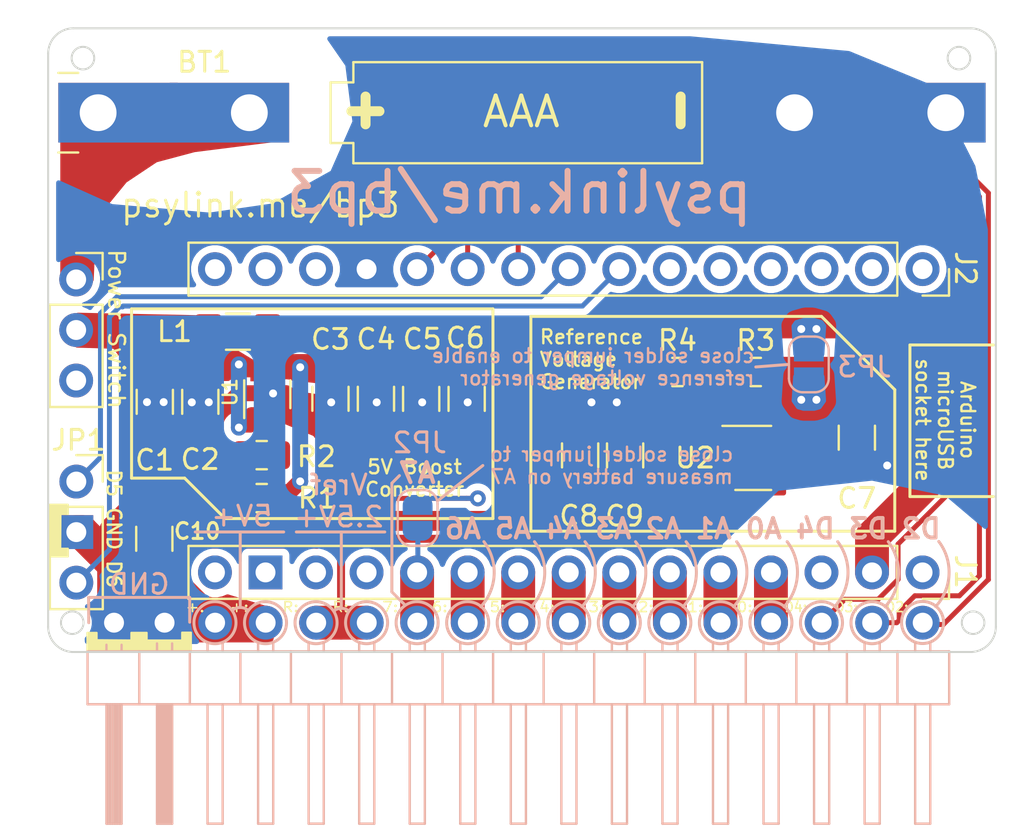
<source format=kicad_pcb>
(kicad_pcb (version 20171130) (host pcbnew 5.1.5+dfsg1-2build2)

  (general
    (thickness 1.6)
    (drawings 88)
    (tracks 156)
    (zones 0)
    (modules 25)
    (nets 38)
  )

  (page A4)
  (layers
    (0 F.Cu signal)
    (31 B.Cu signal)
    (32 B.Adhes user)
    (33 F.Adhes user)
    (34 B.Paste user)
    (35 F.Paste user)
    (36 B.SilkS user)
    (37 F.SilkS user)
    (38 B.Mask user)
    (39 F.Mask user)
    (40 Dwgs.User user)
    (41 Cmts.User user)
    (42 Eco1.User user)
    (43 Eco2.User user)
    (44 Edge.Cuts user)
    (45 Margin user)
    (46 B.CrtYd user)
    (47 F.CrtYd user)
    (48 B.Fab user hide)
    (49 F.Fab user hide)
  )

  (setup
    (last_trace_width 1)
    (user_trace_width 0.2)
    (user_trace_width 0.4)
    (user_trace_width 0.5)
    (user_trace_width 0.8)
    (user_trace_width 1)
    (user_trace_width 1.2)
    (user_trace_width 1.5)
    (user_trace_width 1.7)
    (trace_clearance 0.2)
    (zone_clearance 0.5)
    (zone_45_only no)
    (trace_min 0.2)
    (via_size 0.8)
    (via_drill 0.4)
    (via_min_size 0.4)
    (via_min_drill 0.3)
    (user_via 1.7 1)
    (uvia_size 0.3)
    (uvia_drill 0.1)
    (uvias_allowed no)
    (uvia_min_size 0.2)
    (uvia_min_drill 0.1)
    (edge_width 0.1)
    (segment_width 0.2)
    (pcb_text_width 0.3)
    (pcb_text_size 1.5 1.5)
    (mod_edge_width 0.15)
    (mod_text_size 1 1)
    (mod_text_width 0.15)
    (pad_size 1.7 1.7)
    (pad_drill 1)
    (pad_to_mask_clearance 0)
    (aux_axis_origin 0 0)
    (visible_elements FFFFFF7F)
    (pcbplotparams
      (layerselection 0x010fc_ffffffff)
      (usegerberextensions false)
      (usegerberattributes false)
      (usegerberadvancedattributes false)
      (creategerberjobfile false)
      (excludeedgelayer true)
      (linewidth 0.100000)
      (plotframeref false)
      (viasonmask false)
      (mode 1)
      (useauxorigin false)
      (hpglpennumber 1)
      (hpglpenspeed 20)
      (hpglpendiameter 15.000000)
      (psnegative false)
      (psa4output false)
      (plotreference true)
      (plotvalue true)
      (plotinvisibletext false)
      (padsonsilk false)
      (subtractmaskfromsilk true)
      (outputformat 1)
      (mirror false)
      (drillshape 0)
      (scaleselection 1)
      (outputdirectory "orders/2021-06-15/"))
  )

  (net 0 "")
  (net 1 /GND)
  (net 2 "Net-(BT1-Pad1)")
  (net 3 /V+)
  (net 4 /Vref)
  (net 5 /A0)
  (net 6 /A1)
  (net 7 /A2)
  (net 8 /A3)
  (net 9 /A4)
  (net 10 /A5)
  (net 11 /A6)
  (net 12 /A7)
  (net 13 /D2)
  (net 14 /D3)
  (net 15 /D4)
  (net 16 "Net-(L1-Pad2)")
  (net 17 "Net-(R1-Pad2)")
  (net 18 "Net-(R3-Pad2)")
  (net 19 /VIN)
  (net 20 /GND2)
  (net 21 /RST)
  (net 22 /+5V)
  (net 23 /AREF)
  (net 24 /D13)
  (net 25 /TX)
  (net 26 /RX)
  (net 27 /D5)
  (net 28 /D6)
  (net 29 /D7)
  (net 30 /D8)
  (net 31 /D9)
  (net 32 /D10)
  (net 33 /D11)
  (net 34 /D12)
  (net 35 /RST2)
  (net 36 /Vbat)
  (net 37 "Net-(C7-Pad1)")

  (net_class Default "This is the default net class."
    (clearance 0.2)
    (trace_width 0.25)
    (via_dia 0.8)
    (via_drill 0.4)
    (uvia_dia 0.3)
    (uvia_drill 0.1)
    (add_net /+5V)
    (add_net /A0)
    (add_net /A1)
    (add_net /A2)
    (add_net /A3)
    (add_net /A4)
    (add_net /A5)
    (add_net /A6)
    (add_net /A7)
    (add_net /AREF)
    (add_net /D10)
    (add_net /D11)
    (add_net /D12)
    (add_net /D13)
    (add_net /D2)
    (add_net /D3)
    (add_net /D4)
    (add_net /D5)
    (add_net /D6)
    (add_net /D7)
    (add_net /D8)
    (add_net /D9)
    (add_net /GND)
    (add_net /GND2)
    (add_net /RST)
    (add_net /RST2)
    (add_net /RX)
    (add_net /TX)
    (add_net /V+)
    (add_net /VIN)
    (add_net /Vbat)
    (add_net /Vref)
    (add_net "Net-(BT1-Pad1)")
    (add_net "Net-(C7-Pad1)")
    (add_net "Net-(L1-Pad2)")
    (add_net "Net-(R1-Pad2)")
    (add_net "Net-(R3-Pad2)")
  )

  (module Resistor_SMD:R_0805_2012Metric (layer F.Cu) (tedit 5B36C52B) (tstamp 60C998DA)
    (at 33.8455 44.5643)
    (descr "Resistor SMD 0805 (2012 Metric), square (rectangular) end terminal, IPC_7351 nominal, (Body size source: https://docs.google.com/spreadsheets/d/1BsfQQcO9C6DZCsRaXUlFlo91Tg2WpOkGARC1WS5S8t0/edit?usp=sharing), generated with kicad-footprint-generator")
    (tags resistor)
    (path /60C0938B)
    (attr smd)
    (fp_text reference R2 (at 2.7432 0.0762) (layer F.SilkS)
      (effects (font (size 1 1) (thickness 0.15)))
    )
    (fp_text value 110K/1% (at 0 1.65) (layer F.Fab)
      (effects (font (size 1 1) (thickness 0.15)))
    )
    (fp_text user %R (at 0 0) (layer F.Fab)
      (effects (font (size 0.5 0.5) (thickness 0.08)))
    )
    (fp_line (start 1.68 0.95) (end -1.68 0.95) (layer F.CrtYd) (width 0.05))
    (fp_line (start 1.68 -0.95) (end 1.68 0.95) (layer F.CrtYd) (width 0.05))
    (fp_line (start -1.68 -0.95) (end 1.68 -0.95) (layer F.CrtYd) (width 0.05))
    (fp_line (start -1.68 0.95) (end -1.68 -0.95) (layer F.CrtYd) (width 0.05))
    (fp_line (start -0.258578 0.71) (end 0.258578 0.71) (layer F.SilkS) (width 0.12))
    (fp_line (start -0.258578 -0.71) (end 0.258578 -0.71) (layer F.SilkS) (width 0.12))
    (fp_line (start 1 0.6) (end -1 0.6) (layer F.Fab) (width 0.1))
    (fp_line (start 1 -0.6) (end 1 0.6) (layer F.Fab) (width 0.1))
    (fp_line (start -1 -0.6) (end 1 -0.6) (layer F.Fab) (width 0.1))
    (fp_line (start -1 0.6) (end -1 -0.6) (layer F.Fab) (width 0.1))
    (pad 2 smd roundrect (at 0.9375 0) (size 0.975 1.4) (layers F.Cu F.Paste F.Mask) (roundrect_rratio 0.25)
      (net 1 /GND))
    (pad 1 smd roundrect (at -0.9375 0) (size 0.975 1.4) (layers F.Cu F.Paste F.Mask) (roundrect_rratio 0.25)
      (net 17 "Net-(R1-Pad2)"))
    (model ${KISYS3DMOD}/Resistor_SMD.3dshapes/R_0805_2012Metric.wrl
      (at (xyz 0 0 0))
      (scale (xyz 1 1 1))
      (rotate (xyz 0 0 0))
    )
  )

  (module Connector_PinSocket_2.54mm:PinSocket_1x15_P2.54mm_Vertical (layer F.Cu) (tedit 60C7FCCA) (tstamp 60C7D68B)
    (at 67.056 50.4571 270)
    (descr "Through hole straight socket strip, 1x15, 2.54mm pitch, single row (from Kicad 4.0.7), script generated")
    (tags "Through hole socket strip THT 1x15 2.54mm single row")
    (path /60C041A0)
    (fp_text reference J1 (at -0.0381 -2.159 270 unlocked) (layer F.SilkS)
      (effects (font (size 1 1) (thickness 0.15)))
    )
    (fp_text value "Left Pin Strip" (at -1.524 17.8435 180) (layer F.Fab)
      (effects (font (size 1 1) (thickness 0.15)))
    )
    (fp_line (start -1.27 -1.27) (end 0.635 -1.27) (layer F.Fab) (width 0.1))
    (fp_line (start 0.635 -1.27) (end 1.27 -0.635) (layer F.Fab) (width 0.1))
    (fp_line (start 1.27 -0.635) (end 1.27 36.83) (layer F.Fab) (width 0.1))
    (fp_line (start 1.27 36.83) (end -1.27 36.83) (layer F.Fab) (width 0.1))
    (fp_line (start -1.27 36.83) (end -1.27 -1.27) (layer F.Fab) (width 0.1))
    (fp_line (start -1.33 1.27) (end 1.33 1.27) (layer F.SilkS) (width 0.12))
    (fp_line (start -1.33 1.27) (end -1.33 36.89) (layer F.SilkS) (width 0.12))
    (fp_line (start -1.33 36.89) (end 1.33 36.89) (layer F.SilkS) (width 0.12))
    (fp_line (start 1.33 1.27) (end 1.33 36.89) (layer F.SilkS) (width 0.12))
    (fp_line (start 1.33 -1.33) (end 1.33 0) (layer F.SilkS) (width 0.12))
    (fp_line (start 0 -1.33) (end 1.33 -1.33) (layer F.SilkS) (width 0.12))
    (fp_line (start -1.8 -1.8) (end 1.75 -1.8) (layer F.CrtYd) (width 0.05))
    (fp_line (start 1.75 -1.8) (end 1.75 37.3) (layer F.CrtYd) (width 0.05))
    (fp_line (start 1.75 37.3) (end -1.8 37.3) (layer F.CrtYd) (width 0.05))
    (fp_line (start -1.8 37.3) (end -1.8 -1.8) (layer F.CrtYd) (width 0.05))
    (fp_text user %R (at 0 17.78) (layer F.Fab)
      (effects (font (size 1 1) (thickness 0.15)))
    )
    (pad 1 thru_hole oval (at 0 0 270) (size 1.7 1.7) (drill 1) (layers *.Cu *.Mask)
      (net 24 /D13))
    (pad 2 thru_hole oval (at 0 2.54 270) (size 1.7 1.7) (drill 1) (layers *.Cu *.Mask)
      (net 3 /V+))
    (pad 3 thru_hole oval (at 0 5.08 270) (size 1.7 1.7) (drill 1) (layers *.Cu *.Mask)
      (net 23 /AREF))
    (pad 4 thru_hole oval (at 0 7.62 270) (size 1.7 1.7) (drill 1) (layers *.Cu *.Mask)
      (net 5 /A0))
    (pad 5 thru_hole oval (at 0 10.16 270) (size 1.7 1.7) (drill 1) (layers *.Cu *.Mask)
      (net 6 /A1))
    (pad 6 thru_hole oval (at 0 12.7 270) (size 1.7 1.7) (drill 1) (layers *.Cu *.Mask)
      (net 7 /A2))
    (pad 7 thru_hole oval (at 0 15.24 270) (size 1.7 1.7) (drill 1) (layers *.Cu *.Mask)
      (net 8 /A3))
    (pad 8 thru_hole oval (at 0 17.78 270) (size 1.7 1.7) (drill 1) (layers *.Cu *.Mask)
      (net 9 /A4))
    (pad 9 thru_hole oval (at 0 20.32 270) (size 1.7 1.7) (drill 1) (layers *.Cu *.Mask)
      (net 10 /A5))
    (pad 10 thru_hole oval (at 0 22.86 270) (size 1.7 1.7) (drill 1) (layers *.Cu *.Mask)
      (net 11 /A6))
    (pad 11 thru_hole oval (at 0 25.4 270) (size 1.7 1.7) (drill 1) (layers *.Cu *.Mask)
      (net 12 /A7))
    (pad 12 thru_hole oval (at 0 27.94 270) (size 1.7 1.7) (drill 1) (layers *.Cu *.Mask)
      (net 22 /+5V))
    (pad 13 thru_hole oval (at 0 30.48 270) (size 1.7 1.7) (drill 1) (layers *.Cu *.Mask)
      (net 35 /RST2))
    (pad 14 thru_hole rect (at 0 33.02 270) (size 1.7 1.7) (drill 1) (layers *.Cu *.Mask)
      (net 20 /GND2))
    (pad 15 thru_hole oval (at 0 35.56 270) (size 1.7 1.7) (drill 1) (layers *.Cu *.Mask)
      (net 19 /VIN))
    (model ${KISYS3DMOD}/Connector_PinSocket_2.54mm.3dshapes/PinSocket_1x15_P2.54mm_Vertical.wrl
      (at (xyz 0 0 0))
      (scale (xyz 1 1 1))
      (rotate (xyz 0 0 0))
    )
  )

  (module Connector_PinSocket_2.54mm:PinSocket_1x15_P2.54mm_Vertical (layer F.Cu) (tedit 60C7FCC3) (tstamp 60CAA7CE)
    (at 67.056 35.2171 270)
    (descr "Through hole straight socket strip, 1x15, 2.54mm pitch, single row (from Kicad 4.0.7), script generated")
    (tags "Through hole socket strip THT 1x15 2.54mm single row")
    (path /60BC79E1)
    (fp_text reference J2 (at -0.0381 -2.159 270 unlocked) (layer F.SilkS)
      (effects (font (size 1 1) (thickness 0.15)))
    )
    (fp_text value "Right Pin Strip" (at 0 38.33 90) (layer F.Fab)
      (effects (font (size 1 1) (thickness 0.15)))
    )
    (fp_line (start -1.27 -1.27) (end 0.635 -1.27) (layer F.Fab) (width 0.1))
    (fp_line (start 0.635 -1.27) (end 1.27 -0.635) (layer F.Fab) (width 0.1))
    (fp_line (start 1.27 -0.635) (end 1.27 36.83) (layer F.Fab) (width 0.1))
    (fp_line (start 1.27 36.83) (end -1.27 36.83) (layer F.Fab) (width 0.1))
    (fp_line (start -1.27 36.83) (end -1.27 -1.27) (layer F.Fab) (width 0.1))
    (fp_line (start -1.33 1.27) (end 1.33 1.27) (layer F.SilkS) (width 0.12))
    (fp_line (start -1.33 1.27) (end -1.33 36.89) (layer F.SilkS) (width 0.12))
    (fp_line (start -1.33 36.89) (end 1.33 36.89) (layer F.SilkS) (width 0.12))
    (fp_line (start 1.33 1.27) (end 1.33 36.89) (layer F.SilkS) (width 0.12))
    (fp_line (start 1.33 -1.33) (end 1.33 0) (layer F.SilkS) (width 0.12))
    (fp_line (start 0 -1.33) (end 1.33 -1.33) (layer F.SilkS) (width 0.12))
    (fp_line (start -1.8 -1.8) (end 1.75 -1.8) (layer F.CrtYd) (width 0.05))
    (fp_line (start 1.75 -1.8) (end 1.75 37.3) (layer F.CrtYd) (width 0.05))
    (fp_line (start 1.75 37.3) (end -1.8 37.3) (layer F.CrtYd) (width 0.05))
    (fp_line (start -1.8 37.3) (end -1.8 -1.8) (layer F.CrtYd) (width 0.05))
    (fp_text user %R (at 0 17.78) (layer F.Fab)
      (effects (font (size 1 1) (thickness 0.15)))
    )
    (pad 1 thru_hole oval (at 0 0 270) (size 1.7 1.7) (drill 1) (layers *.Cu *.Mask)
      (net 34 /D12))
    (pad 2 thru_hole oval (at 0 2.54 270) (size 1.7 1.7) (drill 1) (layers *.Cu *.Mask)
      (net 33 /D11))
    (pad 3 thru_hole oval (at 0 5.08 270) (size 1.7 1.7) (drill 1) (layers *.Cu *.Mask)
      (net 32 /D10))
    (pad 4 thru_hole oval (at 0 7.62 270) (size 1.7 1.7) (drill 1) (layers *.Cu *.Mask)
      (net 31 /D9))
    (pad 5 thru_hole oval (at 0 10.16 270) (size 1.7 1.7) (drill 1) (layers *.Cu *.Mask)
      (net 30 /D8))
    (pad 6 thru_hole oval (at 0 12.7 270) (size 1.7 1.7) (drill 1) (layers *.Cu *.Mask)
      (net 29 /D7))
    (pad 7 thru_hole oval (at 0 15.24 270) (size 1.7 1.7) (drill 1) (layers *.Cu *.Mask)
      (net 28 /D6))
    (pad 8 thru_hole oval (at 0 17.78 270) (size 1.7 1.7) (drill 1) (layers *.Cu *.Mask)
      (net 27 /D5))
    (pad 9 thru_hole oval (at 0 20.32 270) (size 1.7 1.7) (drill 1) (layers *.Cu *.Mask)
      (net 15 /D4))
    (pad 10 thru_hole oval (at 0 22.86 270) (size 1.7 1.7) (drill 1) (layers *.Cu *.Mask)
      (net 14 /D3))
    (pad 11 thru_hole oval (at 0 25.4 270) (size 1.7 1.7) (drill 1) (layers *.Cu *.Mask)
      (net 13 /D2))
    (pad 12 thru_hole rect (at 0 27.94 270) (size 1.7 1.7) (drill 1) (layers *.Cu *.Mask)
      (net 1 /GND))
    (pad 13 thru_hole oval (at 0 30.48 270) (size 1.7 1.7) (drill 1) (layers *.Cu *.Mask)
      (net 21 /RST))
    (pad 14 thru_hole oval (at 0 33.02 270) (size 1.7 1.7) (drill 1) (layers *.Cu *.Mask)
      (net 26 /RX))
    (pad 15 thru_hole oval (at 0 35.56 270) (size 1.7 1.7) (drill 1) (layers *.Cu *.Mask)
      (net 25 /TX))
    (model ${KISYS3DMOD}/Connector_PinSocket_2.54mm.3dshapes/PinSocket_1x15_P2.54mm_Vertical.wrl
      (at (xyz 0 0 0))
      (scale (xyz 1 1 1))
      (rotate (xyz 0 0 0))
    )
  )

  (module Resistor_SMD:R_0805_2012Metric (layer F.Cu) (tedit 5B36C52B) (tstamp 60C7D6DF)
    (at 54.737 40.386 180)
    (descr "Resistor SMD 0805 (2012 Metric), square (rectangular) end terminal, IPC_7351 nominal, (Body size source: https://docs.google.com/spreadsheets/d/1BsfQQcO9C6DZCsRaXUlFlo91Tg2WpOkGARC1WS5S8t0/edit?usp=sharing), generated with kicad-footprint-generator")
    (tags resistor)
    (path /60ABC396)
    (attr smd)
    (fp_text reference R4 (at 0 1.5875) (layer F.SilkS)
      (effects (font (size 1 1) (thickness 0.15)))
    )
    (fp_text value 1M/1% (at 0 1.65) (layer F.Fab)
      (effects (font (size 1 1) (thickness 0.15)))
    )
    (fp_line (start -1 0.6) (end -1 -0.6) (layer F.Fab) (width 0.1))
    (fp_line (start -1 -0.6) (end 1 -0.6) (layer F.Fab) (width 0.1))
    (fp_line (start 1 -0.6) (end 1 0.6) (layer F.Fab) (width 0.1))
    (fp_line (start 1 0.6) (end -1 0.6) (layer F.Fab) (width 0.1))
    (fp_line (start -0.258578 -0.71) (end 0.258578 -0.71) (layer F.SilkS) (width 0.12))
    (fp_line (start -0.258578 0.71) (end 0.258578 0.71) (layer F.SilkS) (width 0.12))
    (fp_line (start -1.68 0.95) (end -1.68 -0.95) (layer F.CrtYd) (width 0.05))
    (fp_line (start -1.68 -0.95) (end 1.68 -0.95) (layer F.CrtYd) (width 0.05))
    (fp_line (start 1.68 -0.95) (end 1.68 0.95) (layer F.CrtYd) (width 0.05))
    (fp_line (start 1.68 0.95) (end -1.68 0.95) (layer F.CrtYd) (width 0.05))
    (fp_text user %R (at 0 0) (layer F.Fab)
      (effects (font (size 0.5 0.5) (thickness 0.08)))
    )
    (pad 1 smd roundrect (at -0.9375 0 180) (size 0.975 1.4) (layers F.Cu F.Paste F.Mask) (roundrect_rratio 0.25)
      (net 18 "Net-(R3-Pad2)"))
    (pad 2 smd roundrect (at 0.9375 0 180) (size 0.975 1.4) (layers F.Cu F.Paste F.Mask) (roundrect_rratio 0.25)
      (net 1 /GND))
    (model ${KISYS3DMOD}/Resistor_SMD.3dshapes/R_0805_2012Metric.wrl
      (at (xyz 0 0 0))
      (scale (xyz 1 1 1))
      (rotate (xyz 0 0 0))
    )
  )

  (module PsyLinkFootprints:BatteryHolder_Keystone_82_1xAAA (layer F.Cu) (tedit 60B956F1) (tstamp 60C7F56E)
    (at 25.6244 27.3558)
    (descr "1xAAA Battery Holder, Keystone, Two snap-in clips, https://eu.mouser.com/ProductDetail/Keystone-Electronics/82")
    (tags "AAA battery holder Keystone")
    (path /60BF138E)
    (fp_text reference BT1 (at 5.334 -2.54 180) (layer F.SilkS)
      (effects (font (size 1 1) (thickness 0.15)))
    )
    (fp_text value 1.2V (at 20.955 0) (layer F.Fab)
      (effects (font (size 0.9 0.9) (thickness 0.15)))
    )
    (fp_line (start -2.6 3.8) (end 45.2 3.8) (layer B.CrtYd) (width 0.05))
    (fp_text user %R (at 7.62 0) (layer F.Fab)
      (effects (font (size 1 1) (thickness 0.15)))
    )
    (fp_line (start -2.6 -3.8) (end 45.2 -3.8) (layer B.CrtYd) (width 0.05))
    (fp_line (start -1 2) (end -2 2) (layer F.SilkS) (width 0.12))
    (fp_line (start -2 -2) (end -1 -2) (layer F.SilkS) (width 0.12))
    (fp_text user %R (at 7.62 0) (layer F.Fab)
      (effects (font (size 1 1) (thickness 0.15)))
    )
    (fp_line (start -2.6 -3.8) (end -2.6 3.8) (layer B.CrtYd) (width 0.05))
    (fp_line (start 10.2 -3.8) (end 10.2 3.8) (layer B.CrtYd) (width 0.05))
    (fp_line (start 32.4 -3.8) (end 32.4 3.8) (layer B.CrtYd) (width 0.05))
    (fp_line (start 45.2 -3.8) (end 45.2 3.8) (layer B.CrtYd) (width 0.05))
    (fp_line (start 12.827 2.54) (end 30.353 2.54) (layer F.SilkS) (width 0.12))
    (fp_line (start 30.353 2.54) (end 30.353 -2.54) (layer F.SilkS) (width 0.12))
    (fp_line (start 30.353 -2.54) (end 12.827 -2.54) (layer F.SilkS) (width 0.12))
    (fp_line (start 11.684 -1.524) (end 11.684 1.524) (layer F.SilkS) (width 0.12))
    (fp_line (start 11.684 1.524) (end 12.827 1.524) (layer F.SilkS) (width 0.12))
    (fp_line (start 11.684 -1.524) (end 12.827 -1.524) (layer F.SilkS) (width 0.12))
    (fp_line (start 12.827 -1.524) (end 12.827 -2.54) (layer F.SilkS) (width 0.12))
    (fp_line (start 12.827 1.524) (end 12.827 2.54) (layer F.SilkS) (width 0.12))
    (pad 2 thru_hole rect (at 35 0) (size 6 3) (drill 1.85 (offset 1 0)) (layers *.Cu *.Mask)
      (net 1 /GND))
    (pad 1 thru_hole rect (at 7.6 0) (size 6 3) (drill 1.85 (offset -1 0)) (layers *.Cu *.Mask)
      (net 2 "Net-(BT1-Pad1)"))
    (pad 2 thru_hole rect (at 42.6 0) (size 6 3) (drill 1.85 (offset -1 0)) (layers *.Cu *.Mask)
      (net 1 /GND))
    (pad 1 thru_hole rect (at 0 0) (size 6 3) (drill 1.85 (offset 1 0)) (layers *.Cu *.Mask)
      (net 2 "Net-(BT1-Pad1)"))
  )

  (module Resistor_SMD:R_0805_2012Metric (layer F.Cu) (tedit 5B36C52B) (tstamp 60C998AA)
    (at 33.8455 46.7233 180)
    (descr "Resistor SMD 0805 (2012 Metric), square (rectangular) end terminal, IPC_7351 nominal, (Body size source: https://docs.google.com/spreadsheets/d/1BsfQQcO9C6DZCsRaXUlFlo91Tg2WpOkGARC1WS5S8t0/edit?usp=sharing), generated with kicad-footprint-generator")
    (tags resistor)
    (path /60C054D1)
    (attr smd)
    (fp_text reference R1 (at -2.794 0) (layer F.SilkS)
      (effects (font (size 1 1) (thickness 0.15)))
    )
    (fp_text value 1M/1% (at 0 1.65) (layer F.Fab)
      (effects (font (size 1 1) (thickness 0.15)))
    )
    (fp_line (start -1 0.6) (end -1 -0.6) (layer F.Fab) (width 0.1))
    (fp_line (start -1 -0.6) (end 1 -0.6) (layer F.Fab) (width 0.1))
    (fp_line (start 1 -0.6) (end 1 0.6) (layer F.Fab) (width 0.1))
    (fp_line (start 1 0.6) (end -1 0.6) (layer F.Fab) (width 0.1))
    (fp_line (start -0.258578 -0.71) (end 0.258578 -0.71) (layer F.SilkS) (width 0.12))
    (fp_line (start -0.258578 0.71) (end 0.258578 0.71) (layer F.SilkS) (width 0.12))
    (fp_line (start -1.68 0.95) (end -1.68 -0.95) (layer F.CrtYd) (width 0.05))
    (fp_line (start -1.68 -0.95) (end 1.68 -0.95) (layer F.CrtYd) (width 0.05))
    (fp_line (start 1.68 -0.95) (end 1.68 0.95) (layer F.CrtYd) (width 0.05))
    (fp_line (start 1.68 0.95) (end -1.68 0.95) (layer F.CrtYd) (width 0.05))
    (fp_text user %R (at 0 0) (layer F.Fab)
      (effects (font (size 0.5 0.5) (thickness 0.08)))
    )
    (pad 1 smd roundrect (at -0.9375 0 180) (size 0.975 1.4) (layers F.Cu F.Paste F.Mask) (roundrect_rratio 0.25)
      (net 3 /V+))
    (pad 2 smd roundrect (at 0.9375 0 180) (size 0.975 1.4) (layers F.Cu F.Paste F.Mask) (roundrect_rratio 0.25)
      (net 17 "Net-(R1-Pad2)"))
    (model ${KISYS3DMOD}/Resistor_SMD.3dshapes/R_0805_2012Metric.wrl
      (at (xyz 0 0 0))
      (scale (xyz 1 1 1))
      (rotate (xyz 0 0 0))
    )
  )

  (module Resistor_SMD:R_0805_2012Metric (layer F.Cu) (tedit 5B36C52B) (tstamp 60C7D4A2)
    (at 58.674 40.386 180)
    (descr "Resistor SMD 0805 (2012 Metric), square (rectangular) end terminal, IPC_7351 nominal, (Body size source: https://docs.google.com/spreadsheets/d/1BsfQQcO9C6DZCsRaXUlFlo91Tg2WpOkGARC1WS5S8t0/edit?usp=sharing), generated with kicad-footprint-generator")
    (tags resistor)
    (path /60ABC39C)
    (attr smd)
    (fp_text reference R3 (at 0 1.5875) (layer F.SilkS)
      (effects (font (size 1 1) (thickness 0.15)))
    )
    (fp_text value 1M/1% (at 0 1.65) (layer F.Fab)
      (effects (font (size 1 1) (thickness 0.15)))
    )
    (fp_text user %R (at 0 0) (layer F.Fab)
      (effects (font (size 0.5 0.5) (thickness 0.08)))
    )
    (fp_line (start 1.68 0.95) (end -1.68 0.95) (layer F.CrtYd) (width 0.05))
    (fp_line (start 1.68 -0.95) (end 1.68 0.95) (layer F.CrtYd) (width 0.05))
    (fp_line (start -1.68 -0.95) (end 1.68 -0.95) (layer F.CrtYd) (width 0.05))
    (fp_line (start -1.68 0.95) (end -1.68 -0.95) (layer F.CrtYd) (width 0.05))
    (fp_line (start -0.258578 0.71) (end 0.258578 0.71) (layer F.SilkS) (width 0.12))
    (fp_line (start -0.258578 -0.71) (end 0.258578 -0.71) (layer F.SilkS) (width 0.12))
    (fp_line (start 1 0.6) (end -1 0.6) (layer F.Fab) (width 0.1))
    (fp_line (start 1 -0.6) (end 1 0.6) (layer F.Fab) (width 0.1))
    (fp_line (start -1 -0.6) (end 1 -0.6) (layer F.Fab) (width 0.1))
    (fp_line (start -1 0.6) (end -1 -0.6) (layer F.Fab) (width 0.1))
    (pad 2 smd roundrect (at 0.9375 0 180) (size 0.975 1.4) (layers F.Cu F.Paste F.Mask) (roundrect_rratio 0.25)
      (net 18 "Net-(R3-Pad2)"))
    (pad 1 smd roundrect (at -0.9375 0 180) (size 0.975 1.4) (layers F.Cu F.Paste F.Mask) (roundrect_rratio 0.25)
      (net 37 "Net-(C7-Pad1)"))
    (model ${KISYS3DMOD}/Resistor_SMD.3dshapes/R_0805_2012Metric.wrl
      (at (xyz 0 0 0))
      (scale (xyz 1 1 1))
      (rotate (xyz 0 0 0))
    )
  )

  (module Connector_PinSocket_2.54mm:PinSocket_1x03_P2.54mm_Vertical (layer F.Cu) (tedit 60C7FCAC) (tstamp 60CA9F67)
    (at 24.52116 35.73526)
    (descr "Through hole straight socket strip, 1x03, 2.54mm pitch, single row (from Kicad 4.0.7), script generated")
    (tags "Through hole socket strip THT 1x03 2.54mm single row")
    (path /60BF481E)
    (fp_text reference SW1 (at -3.048 -0.762 270) (layer F.SilkS) hide
      (effects (font (size 1 1) (thickness 0.15)))
    )
    (fp_text value SW_DPST_x2 (at 1.524 3.6195 270) (layer F.Fab)
      (effects (font (size 1 1) (thickness 0.15)))
    )
    (fp_text user %R (at -0.047001 4.955499 90) (layer F.Fab)
      (effects (font (size 1 1) (thickness 0.15)))
    )
    (fp_line (start -1.8 6.85) (end -1.8 -1.8) (layer F.CrtYd) (width 0.05))
    (fp_line (start 1.75 6.85) (end -1.8 6.85) (layer F.CrtYd) (width 0.05))
    (fp_line (start 1.75 -1.8) (end 1.75 6.85) (layer F.CrtYd) (width 0.05))
    (fp_line (start -1.8 -1.8) (end 1.75 -1.8) (layer F.CrtYd) (width 0.05))
    (fp_line (start 0 -1.33) (end 1.33 -1.33) (layer F.SilkS) (width 0.12))
    (fp_line (start 1.33 -1.33) (end 1.33 0) (layer F.SilkS) (width 0.12))
    (fp_line (start 1.33 1.27) (end 1.33 6.41) (layer F.SilkS) (width 0.12))
    (fp_line (start -1.33 6.41) (end 1.33 6.41) (layer F.SilkS) (width 0.12))
    (fp_line (start -1.33 1.27) (end -1.33 6.41) (layer F.SilkS) (width 0.12))
    (fp_line (start -1.33 1.27) (end 1.33 1.27) (layer F.SilkS) (width 0.12))
    (fp_line (start -1.27 6.35) (end -1.27 -1.27) (layer F.Fab) (width 0.1))
    (fp_line (start 1.27 6.35) (end -1.27 6.35) (layer F.Fab) (width 0.1))
    (fp_line (start 1.27 -0.635) (end 1.27 6.35) (layer F.Fab) (width 0.1))
    (fp_line (start 0.635 -1.27) (end 1.27 -0.635) (layer F.Fab) (width 0.1))
    (fp_line (start -1.27 -1.27) (end 0.635 -1.27) (layer F.Fab) (width 0.1))
    (pad 3 thru_hole oval (at 0 5.08) (size 1.7 1.7) (drill 1) (layers *.Cu *.Mask))
    (pad 2 thru_hole oval (at 0 2.54) (size 1.7 1.7) (drill 1) (layers *.Cu *.Mask)
      (net 36 /Vbat))
    (pad 1 thru_hole oval (at 0 0) (size 1.7 1.7) (drill 1) (layers *.Cu *.Mask)
      (net 2 "Net-(BT1-Pad1)"))
    (model ${KISYS3DMOD}/Connector_PinSocket_2.54mm.3dshapes/PinSocket_1x03_P2.54mm_Vertical.wrl
      (at (xyz 0 0 0))
      (scale (xyz 1 1 1))
      (rotate (xyz 0 0 0))
    )
  )

  (module Package_TO_SOT_SMD:Texas_R-PDSO-G6 (layer F.Cu) (tedit 5A02FF57) (tstamp 60C7D396)
    (at 34.1249 41.5036 90)
    (descr "R-PDSO-G6, http://www.ti.com/lit/ds/slis144b/slis144b.pdf")
    (tags "R-PDSO-G6 SC-70-6")
    (path /60BEF8B9)
    (attr smd)
    (fp_text reference U1 (at 0.1016 -1.8669 90) (layer F.SilkS)
      (effects (font (size 0.7 0.7) (thickness 0.12)))
    )
    (fp_text value TPS61220DCK (at 0 2 90) (layer F.Fab)
      (effects (font (size 1 1) (thickness 0.15)))
    )
    (fp_text user %R (at 0 0) (layer F.Fab)
      (effects (font (size 0.5 0.5) (thickness 0.075)))
    )
    (fp_line (start 0.7 -1.16) (end -1.2 -1.16) (layer F.SilkS) (width 0.12))
    (fp_line (start -0.7 1.16) (end 0.7 1.16) (layer F.SilkS) (width 0.12))
    (fp_line (start 1.6 1.4) (end 1.6 -1.4) (layer F.CrtYd) (width 0.05))
    (fp_line (start -1.6 -1.4) (end -1.6 1.4) (layer F.CrtYd) (width 0.05))
    (fp_line (start -1.6 -1.4) (end 1.6 -1.4) (layer F.CrtYd) (width 0.05))
    (fp_line (start 0.675 -1.1) (end -0.175 -1.1) (layer F.Fab) (width 0.1))
    (fp_line (start -0.675 -0.6) (end -0.675 1.1) (layer F.Fab) (width 0.1))
    (fp_line (start -1.6 1.4) (end 1.6 1.4) (layer F.CrtYd) (width 0.05))
    (fp_line (start 0.675 -1.1) (end 0.675 1.1) (layer F.Fab) (width 0.1))
    (fp_line (start 0.675 1.1) (end -0.675 1.1) (layer F.Fab) (width 0.1))
    (fp_line (start -0.175 -1.1) (end -0.675 -0.6) (layer F.Fab) (width 0.1))
    (pad 1 smd rect (at -1.1 -0.65 90) (size 0.9 0.4) (layers F.Cu F.Paste F.Mask)
      (net 36 /Vbat))
    (pad 3 smd rect (at -1.1 0.65 90) (size 0.9 0.4) (layers F.Cu F.Paste F.Mask)
      (net 1 /GND))
    (pad 5 smd rect (at 1.1 0 90) (size 0.9 0.4) (layers F.Cu F.Paste F.Mask)
      (net 16 "Net-(L1-Pad2)"))
    (pad 2 smd rect (at -1.1 0 90) (size 0.9 0.4) (layers F.Cu F.Paste F.Mask)
      (net 17 "Net-(R1-Pad2)"))
    (pad 4 smd rect (at 1.1 0.65 90) (size 0.9 0.4) (layers F.Cu F.Paste F.Mask)
      (net 3 /V+))
    (pad 6 smd rect (at 1.1 -0.65 90) (size 0.9 0.4) (layers F.Cu F.Paste F.Mask)
      (net 36 /Vbat))
    (model ${KISYS3DMOD}/Package_TO_SOT_SMD.3dshapes/SOT-363_SC-70-6.wrl
      (at (xyz 0 0 0))
      (scale (xyz 1 1 1))
      (rotate (xyz 0 0 0))
    )
  )

  (module Package_TO_SOT_SMD:SOT-23-5 (layer F.Cu) (tedit 5A02FF57) (tstamp 60C8F3A8)
    (at 58.547 44.704)
    (descr "5-pin SOT23 package")
    (tags SOT-23-5)
    (path /60DAB6F6)
    (attr smd)
    (fp_text reference U2 (at -2.921 0) (layer F.SilkS)
      (effects (font (size 1 1) (thickness 0.15)))
    )
    (fp_text value LM321 (at 0 2.9) (layer F.Fab)
      (effects (font (size 1 1) (thickness 0.15)))
    )
    (fp_text user %R (at 0 0 90) (layer F.Fab)
      (effects (font (size 0.5 0.5) (thickness 0.075)))
    )
    (fp_line (start -0.9 1.61) (end 0.9 1.61) (layer F.SilkS) (width 0.12))
    (fp_line (start 0.9 -1.61) (end -1.55 -1.61) (layer F.SilkS) (width 0.12))
    (fp_line (start -1.9 -1.8) (end 1.9 -1.8) (layer F.CrtYd) (width 0.05))
    (fp_line (start 1.9 -1.8) (end 1.9 1.8) (layer F.CrtYd) (width 0.05))
    (fp_line (start 1.9 1.8) (end -1.9 1.8) (layer F.CrtYd) (width 0.05))
    (fp_line (start -1.9 1.8) (end -1.9 -1.8) (layer F.CrtYd) (width 0.05))
    (fp_line (start -0.9 -0.9) (end -0.25 -1.55) (layer F.Fab) (width 0.1))
    (fp_line (start 0.9 -1.55) (end -0.25 -1.55) (layer F.Fab) (width 0.1))
    (fp_line (start -0.9 -0.9) (end -0.9 1.55) (layer F.Fab) (width 0.1))
    (fp_line (start 0.9 1.55) (end -0.9 1.55) (layer F.Fab) (width 0.1))
    (fp_line (start 0.9 -1.55) (end 0.9 1.55) (layer F.Fab) (width 0.1))
    (pad 1 smd rect (at -1.1 -0.95) (size 1.06 0.65) (layers F.Cu F.Paste F.Mask)
      (net 18 "Net-(R3-Pad2)"))
    (pad 2 smd rect (at -1.1 0) (size 1.06 0.65) (layers F.Cu F.Paste F.Mask)
      (net 1 /GND))
    (pad 3 smd rect (at -1.1 0.95) (size 1.06 0.65) (layers F.Cu F.Paste F.Mask)
      (net 4 /Vref))
    (pad 4 smd rect (at 1.1 0.95) (size 1.06 0.65) (layers F.Cu F.Paste F.Mask)
      (net 4 /Vref))
    (pad 5 smd rect (at 1.1 -0.95) (size 1.06 0.65) (layers F.Cu F.Paste F.Mask)
      (net 37 "Net-(C7-Pad1)"))
    (model ${KISYS3DMOD}/Package_TO_SOT_SMD.3dshapes/SOT-23-5.wrl
      (at (xyz 0 0 0))
      (scale (xyz 1 1 1))
      (rotate (xyz 0 0 0))
    )
  )

  (module Capacitor_SMD:C_1206_3216Metric (layer F.Cu) (tedit 5B301BBE) (tstamp 60CAEF2F)
    (at 30.7594 41.8846 90)
    (descr "Capacitor SMD 1206 (3216 Metric), square (rectangular) end terminal, IPC_7351 nominal, (Body size source: http://www.tortai-tech.com/upload/download/2011102023233369053.pdf), generated with kicad-footprint-generator")
    (tags capacitor)
    (path /60CBE5F6)
    (attr smd)
    (fp_text reference C2 (at -2.8956 -0.00762 180) (layer F.SilkS)
      (effects (font (size 1 1) (thickness 0.15)))
    )
    (fp_text value 100uF (at 0 1.82 90) (layer F.Fab)
      (effects (font (size 1 1) (thickness 0.15)))
    )
    (fp_text user %R (at 0 0 90) (layer F.Fab)
      (effects (font (size 0.8 0.8) (thickness 0.12)))
    )
    (fp_line (start 2.28 1.12) (end -2.28 1.12) (layer F.CrtYd) (width 0.05))
    (fp_line (start 2.28 -1.12) (end 2.28 1.12) (layer F.CrtYd) (width 0.05))
    (fp_line (start -2.28 -1.12) (end 2.28 -1.12) (layer F.CrtYd) (width 0.05))
    (fp_line (start -2.28 1.12) (end -2.28 -1.12) (layer F.CrtYd) (width 0.05))
    (fp_line (start -0.602064 0.91) (end 0.602064 0.91) (layer F.SilkS) (width 0.12))
    (fp_line (start -0.602064 -0.91) (end 0.602064 -0.91) (layer F.SilkS) (width 0.12))
    (fp_line (start 1.6 0.8) (end -1.6 0.8) (layer F.Fab) (width 0.1))
    (fp_line (start 1.6 -0.8) (end 1.6 0.8) (layer F.Fab) (width 0.1))
    (fp_line (start -1.6 -0.8) (end 1.6 -0.8) (layer F.Fab) (width 0.1))
    (fp_line (start -1.6 0.8) (end -1.6 -0.8) (layer F.Fab) (width 0.1))
    (pad 2 smd roundrect (at 1.4 0 90) (size 1.25 1.75) (layers F.Cu F.Paste F.Mask) (roundrect_rratio 0.2)
      (net 36 /Vbat))
    (pad 1 smd roundrect (at -1.4 0 90) (size 1.25 1.75) (layers F.Cu F.Paste F.Mask) (roundrect_rratio 0.2)
      (net 1 /GND))
    (model ${KISYS3DMOD}/Capacitor_SMD.3dshapes/C_1206_3216Metric.wrl
      (at (xyz 0 0 0))
      (scale (xyz 1 1 1))
      (rotate (xyz 0 0 0))
    )
  )

  (module Capacitor_SMD:C_1206_3216Metric (layer F.Cu) (tedit 5B301BBE) (tstamp 60CAEF5F)
    (at 28.4734 41.8846 90)
    (descr "Capacitor SMD 1206 (3216 Metric), square (rectangular) end terminal, IPC_7351 nominal, (Body size source: http://www.tortai-tech.com/upload/download/2011102023233369053.pdf), generated with kicad-footprint-generator")
    (tags capacitor)
    (path /60DC86D8)
    (attr smd)
    (fp_text reference C1 (at -2.93116 -0.01016 180) (layer F.SilkS)
      (effects (font (size 1 1) (thickness 0.15)))
    )
    (fp_text value 100uF (at 0 1.82 90) (layer F.Fab)
      (effects (font (size 1 1) (thickness 0.15)))
    )
    (fp_line (start -1.6 0.8) (end -1.6 -0.8) (layer F.Fab) (width 0.1))
    (fp_line (start -1.6 -0.8) (end 1.6 -0.8) (layer F.Fab) (width 0.1))
    (fp_line (start 1.6 -0.8) (end 1.6 0.8) (layer F.Fab) (width 0.1))
    (fp_line (start 1.6 0.8) (end -1.6 0.8) (layer F.Fab) (width 0.1))
    (fp_line (start -0.602064 -0.91) (end 0.602064 -0.91) (layer F.SilkS) (width 0.12))
    (fp_line (start -0.602064 0.91) (end 0.602064 0.91) (layer F.SilkS) (width 0.12))
    (fp_line (start -2.28 1.12) (end -2.28 -1.12) (layer F.CrtYd) (width 0.05))
    (fp_line (start -2.28 -1.12) (end 2.28 -1.12) (layer F.CrtYd) (width 0.05))
    (fp_line (start 2.28 -1.12) (end 2.28 1.12) (layer F.CrtYd) (width 0.05))
    (fp_line (start 2.28 1.12) (end -2.28 1.12) (layer F.CrtYd) (width 0.05))
    (fp_text user %R (at 0 0 90) (layer F.Fab)
      (effects (font (size 0.8 0.8) (thickness 0.12)))
    )
    (pad 1 smd roundrect (at -1.4 0 90) (size 1.25 1.75) (layers F.Cu F.Paste F.Mask) (roundrect_rratio 0.2)
      (net 1 /GND))
    (pad 2 smd roundrect (at 1.4 0 90) (size 1.25 1.75) (layers F.Cu F.Paste F.Mask) (roundrect_rratio 0.2)
      (net 36 /Vbat))
    (model ${KISYS3DMOD}/Capacitor_SMD.3dshapes/C_1206_3216Metric.wrl
      (at (xyz 0 0 0))
      (scale (xyz 1 1 1))
      (rotate (xyz 0 0 0))
    )
  )

  (module Capacitor_SMD:C_1206_3216Metric (layer F.Cu) (tedit 5B301BBE) (tstamp 60C8BC7F)
    (at 37.2999 41.7322 270)
    (descr "Capacitor SMD 1206 (3216 Metric), square (rectangular) end terminal, IPC_7351 nominal, (Body size source: http://www.tortai-tech.com/upload/download/2011102023233369053.pdf), generated with kicad-footprint-generator")
    (tags capacitor)
    (path /60CBD3AB)
    (attr smd)
    (fp_text reference C3 (at -2.9845 0 180) (layer F.SilkS)
      (effects (font (size 1 1) (thickness 0.15)))
    )
    (fp_text value 100uF (at 0 1.82 90) (layer F.Fab)
      (effects (font (size 1 1) (thickness 0.15)))
    )
    (fp_line (start -1.6 0.8) (end -1.6 -0.8) (layer F.Fab) (width 0.1))
    (fp_line (start -1.6 -0.8) (end 1.6 -0.8) (layer F.Fab) (width 0.1))
    (fp_line (start 1.6 -0.8) (end 1.6 0.8) (layer F.Fab) (width 0.1))
    (fp_line (start 1.6 0.8) (end -1.6 0.8) (layer F.Fab) (width 0.1))
    (fp_line (start -0.602064 -0.91) (end 0.602064 -0.91) (layer F.SilkS) (width 0.12))
    (fp_line (start -0.602064 0.91) (end 0.602064 0.91) (layer F.SilkS) (width 0.12))
    (fp_line (start -2.28 1.12) (end -2.28 -1.12) (layer F.CrtYd) (width 0.05))
    (fp_line (start -2.28 -1.12) (end 2.28 -1.12) (layer F.CrtYd) (width 0.05))
    (fp_line (start 2.28 -1.12) (end 2.28 1.12) (layer F.CrtYd) (width 0.05))
    (fp_line (start 2.28 1.12) (end -2.28 1.12) (layer F.CrtYd) (width 0.05))
    (fp_text user %R (at 0 0 90) (layer F.Fab)
      (effects (font (size 0.8 0.8) (thickness 0.12)))
    )
    (pad 1 smd roundrect (at -1.4 0 270) (size 1.25 1.75) (layers F.Cu F.Paste F.Mask) (roundrect_rratio 0.2)
      (net 3 /V+))
    (pad 2 smd roundrect (at 1.4 0 270) (size 1.25 1.75) (layers F.Cu F.Paste F.Mask) (roundrect_rratio 0.2)
      (net 1 /GND))
    (model ${KISYS3DMOD}/Capacitor_SMD.3dshapes/C_1206_3216Metric.wrl
      (at (xyz 0 0 0))
      (scale (xyz 1 1 1))
      (rotate (xyz 0 0 0))
    )
  )

  (module Capacitor_SMD:C_1206_3216Metric (layer F.Cu) (tedit 5B301BBE) (tstamp 60C7D412)
    (at 39.5859 41.7322 270)
    (descr "Capacitor SMD 1206 (3216 Metric), square (rectangular) end terminal, IPC_7351 nominal, (Body size source: http://www.tortai-tech.com/upload/download/2011102023233369053.pdf), generated with kicad-footprint-generator")
    (tags capacitor)
    (path /60CB80A8)
    (attr smd)
    (fp_text reference C4 (at -2.9972 0 180) (layer F.SilkS)
      (effects (font (size 1 1) (thickness 0.15)))
    )
    (fp_text value 100uF (at 0 1.82 90) (layer F.Fab)
      (effects (font (size 1 1) (thickness 0.15)))
    )
    (fp_text user %R (at 0 0 90) (layer F.Fab)
      (effects (font (size 0.8 0.8) (thickness 0.12)))
    )
    (fp_line (start 2.28 1.12) (end -2.28 1.12) (layer F.CrtYd) (width 0.05))
    (fp_line (start 2.28 -1.12) (end 2.28 1.12) (layer F.CrtYd) (width 0.05))
    (fp_line (start -2.28 -1.12) (end 2.28 -1.12) (layer F.CrtYd) (width 0.05))
    (fp_line (start -2.28 1.12) (end -2.28 -1.12) (layer F.CrtYd) (width 0.05))
    (fp_line (start -0.602064 0.91) (end 0.602064 0.91) (layer F.SilkS) (width 0.12))
    (fp_line (start -0.602064 -0.91) (end 0.602064 -0.91) (layer F.SilkS) (width 0.12))
    (fp_line (start 1.6 0.8) (end -1.6 0.8) (layer F.Fab) (width 0.1))
    (fp_line (start 1.6 -0.8) (end 1.6 0.8) (layer F.Fab) (width 0.1))
    (fp_line (start -1.6 -0.8) (end 1.6 -0.8) (layer F.Fab) (width 0.1))
    (fp_line (start -1.6 0.8) (end -1.6 -0.8) (layer F.Fab) (width 0.1))
    (pad 2 smd roundrect (at 1.4 0 270) (size 1.25 1.75) (layers F.Cu F.Paste F.Mask) (roundrect_rratio 0.2)
      (net 1 /GND))
    (pad 1 smd roundrect (at -1.4 0 270) (size 1.25 1.75) (layers F.Cu F.Paste F.Mask) (roundrect_rratio 0.2)
      (net 3 /V+))
    (model ${KISYS3DMOD}/Capacitor_SMD.3dshapes/C_1206_3216Metric.wrl
      (at (xyz 0 0 0))
      (scale (xyz 1 1 1))
      (rotate (xyz 0 0 0))
    )
  )

  (module Capacitor_SMD:C_1206_3216Metric (layer F.Cu) (tedit 5B301BBE) (tstamp 60CA4516)
    (at 28.448 48.768 90)
    (descr "Capacitor SMD 1206 (3216 Metric), square (rectangular) end terminal, IPC_7351 nominal, (Body size source: http://www.tortai-tech.com/upload/download/2011102023233369053.pdf), generated with kicad-footprint-generator")
    (tags capacitor)
    (path /60CB83B2)
    (attr smd)
    (fp_text reference C10 (at 0.381 2.159 180) (layer F.SilkS)
      (effects (font (size 0.8 0.8) (thickness 0.15)))
    )
    (fp_text value 100uF (at 0 1.82 90) (layer F.Fab)
      (effects (font (size 1 1) (thickness 0.15)))
    )
    (fp_line (start -1.6 0.8) (end -1.6 -0.8) (layer F.Fab) (width 0.1))
    (fp_line (start -1.6 -0.8) (end 1.6 -0.8) (layer F.Fab) (width 0.1))
    (fp_line (start 1.6 -0.8) (end 1.6 0.8) (layer F.Fab) (width 0.1))
    (fp_line (start 1.6 0.8) (end -1.6 0.8) (layer F.Fab) (width 0.1))
    (fp_line (start -0.602064 -0.91) (end 0.602064 -0.91) (layer F.SilkS) (width 0.12))
    (fp_line (start -0.602064 0.91) (end 0.602064 0.91) (layer F.SilkS) (width 0.12))
    (fp_line (start -2.28 1.12) (end -2.28 -1.12) (layer F.CrtYd) (width 0.05))
    (fp_line (start -2.28 -1.12) (end 2.28 -1.12) (layer F.CrtYd) (width 0.05))
    (fp_line (start 2.28 -1.12) (end 2.28 1.12) (layer F.CrtYd) (width 0.05))
    (fp_line (start 2.28 1.12) (end -2.28 1.12) (layer F.CrtYd) (width 0.05))
    (fp_text user %R (at 0 0 90) (layer F.Fab)
      (effects (font (size 0.8 0.8) (thickness 0.12)))
    )
    (pad 1 smd roundrect (at -1.4 0 90) (size 1.25 1.75) (layers F.Cu F.Paste F.Mask) (roundrect_rratio 0.2)
      (net 3 /V+))
    (pad 2 smd roundrect (at 1.4 0 90) (size 1.25 1.75) (layers F.Cu F.Paste F.Mask) (roundrect_rratio 0.2)
      (net 1 /GND))
    (model ${KISYS3DMOD}/Capacitor_SMD.3dshapes/C_1206_3216Metric.wrl
      (at (xyz 0 0 0))
      (scale (xyz 1 1 1))
      (rotate (xyz 0 0 0))
    )
  )

  (module Capacitor_SMD:C_1206_3216Metric (layer F.Cu) (tedit 5B301BBE) (tstamp 60C8DBF9)
    (at 63.754 43.688 270)
    (descr "Capacitor SMD 1206 (3216 Metric), square (rectangular) end terminal, IPC_7351 nominal, (Body size source: http://www.tortai-tech.com/upload/download/2011102023233369053.pdf), generated with kicad-footprint-generator")
    (tags capacitor)
    (path /60CB87C5)
    (attr smd)
    (fp_text reference C7 (at 3.048 0 180) (layer F.SilkS)
      (effects (font (size 1 1) (thickness 0.15)))
    )
    (fp_text value 100uF (at 0 1.82 90) (layer F.Fab)
      (effects (font (size 1 1) (thickness 0.15)))
    )
    (fp_text user %R (at 0 0 90) (layer F.Fab)
      (effects (font (size 0.8 0.8) (thickness 0.12)))
    )
    (fp_line (start 2.28 1.12) (end -2.28 1.12) (layer F.CrtYd) (width 0.05))
    (fp_line (start 2.28 -1.12) (end 2.28 1.12) (layer F.CrtYd) (width 0.05))
    (fp_line (start -2.28 -1.12) (end 2.28 -1.12) (layer F.CrtYd) (width 0.05))
    (fp_line (start -2.28 1.12) (end -2.28 -1.12) (layer F.CrtYd) (width 0.05))
    (fp_line (start -0.602064 0.91) (end 0.602064 0.91) (layer F.SilkS) (width 0.12))
    (fp_line (start -0.602064 -0.91) (end 0.602064 -0.91) (layer F.SilkS) (width 0.12))
    (fp_line (start 1.6 0.8) (end -1.6 0.8) (layer F.Fab) (width 0.1))
    (fp_line (start 1.6 -0.8) (end 1.6 0.8) (layer F.Fab) (width 0.1))
    (fp_line (start -1.6 -0.8) (end 1.6 -0.8) (layer F.Fab) (width 0.1))
    (fp_line (start -1.6 0.8) (end -1.6 -0.8) (layer F.Fab) (width 0.1))
    (pad 2 smd roundrect (at 1.4 0 270) (size 1.25 1.75) (layers F.Cu F.Paste F.Mask) (roundrect_rratio 0.2)
      (net 1 /GND))
    (pad 1 smd roundrect (at -1.4 0 270) (size 1.25 1.75) (layers F.Cu F.Paste F.Mask) (roundrect_rratio 0.2)
      (net 37 "Net-(C7-Pad1)"))
    (model ${KISYS3DMOD}/Capacitor_SMD.3dshapes/C_1206_3216Metric.wrl
      (at (xyz 0 0 0))
      (scale (xyz 1 1 1))
      (rotate (xyz 0 0 0))
    )
  )

  (module Capacitor_SMD:C_1206_3216Metric (layer F.Cu) (tedit 5B301BBE) (tstamp 60C8FA9A)
    (at 49.8475 44.577 90)
    (descr "Capacitor SMD 1206 (3216 Metric), square (rectangular) end terminal, IPC_7351 nominal, (Body size source: http://www.tortai-tech.com/upload/download/2011102023233369053.pdf), generated with kicad-footprint-generator")
    (tags capacitor)
    (path /60BC536C)
    (attr smd)
    (fp_text reference C8 (at -3.048 -0.0635 180) (layer F.SilkS)
      (effects (font (size 1 1) (thickness 0.15)))
    )
    (fp_text value 100uF (at 0 1.82 90) (layer F.Fab)
      (effects (font (size 1 1) (thickness 0.15)))
    )
    (fp_text user %R (at 0 0 90) (layer F.Fab)
      (effects (font (size 0.8 0.8) (thickness 0.12)))
    )
    (fp_line (start 2.28 1.12) (end -2.28 1.12) (layer F.CrtYd) (width 0.05))
    (fp_line (start 2.28 -1.12) (end 2.28 1.12) (layer F.CrtYd) (width 0.05))
    (fp_line (start -2.28 -1.12) (end 2.28 -1.12) (layer F.CrtYd) (width 0.05))
    (fp_line (start -2.28 1.12) (end -2.28 -1.12) (layer F.CrtYd) (width 0.05))
    (fp_line (start -0.602064 0.91) (end 0.602064 0.91) (layer F.SilkS) (width 0.12))
    (fp_line (start -0.602064 -0.91) (end 0.602064 -0.91) (layer F.SilkS) (width 0.12))
    (fp_line (start 1.6 0.8) (end -1.6 0.8) (layer F.Fab) (width 0.1))
    (fp_line (start 1.6 -0.8) (end 1.6 0.8) (layer F.Fab) (width 0.1))
    (fp_line (start -1.6 -0.8) (end 1.6 -0.8) (layer F.Fab) (width 0.1))
    (fp_line (start -1.6 0.8) (end -1.6 -0.8) (layer F.Fab) (width 0.1))
    (pad 2 smd roundrect (at 1.4 0 90) (size 1.25 1.75) (layers F.Cu F.Paste F.Mask) (roundrect_rratio 0.2)
      (net 1 /GND))
    (pad 1 smd roundrect (at -1.4 0 90) (size 1.25 1.75) (layers F.Cu F.Paste F.Mask) (roundrect_rratio 0.2)
      (net 4 /Vref))
    (model ${KISYS3DMOD}/Capacitor_SMD.3dshapes/C_1206_3216Metric.wrl
      (at (xyz 0 0 0))
      (scale (xyz 1 1 1))
      (rotate (xyz 0 0 0))
    )
  )

  (module Capacitor_SMD:C_1206_3216Metric (layer F.Cu) (tedit 5B301BBE) (tstamp 60C90538)
    (at 52.1081 44.577 90)
    (descr "Capacitor SMD 1206 (3216 Metric), square (rectangular) end terminal, IPC_7351 nominal, (Body size source: http://www.tortai-tech.com/upload/download/2011102023233369053.pdf), generated with kicad-footprint-generator")
    (tags capacitor)
    (path /60DE2DF4)
    (attr smd)
    (fp_text reference C9 (at -3.048 -0.0254 180) (layer F.SilkS)
      (effects (font (size 1 1) (thickness 0.15)))
    )
    (fp_text value 100uF (at 0 1.82 90) (layer F.Fab)
      (effects (font (size 1 1) (thickness 0.15)))
    )
    (fp_line (start -1.6 0.8) (end -1.6 -0.8) (layer F.Fab) (width 0.1))
    (fp_line (start -1.6 -0.8) (end 1.6 -0.8) (layer F.Fab) (width 0.1))
    (fp_line (start 1.6 -0.8) (end 1.6 0.8) (layer F.Fab) (width 0.1))
    (fp_line (start 1.6 0.8) (end -1.6 0.8) (layer F.Fab) (width 0.1))
    (fp_line (start -0.602064 -0.91) (end 0.602064 -0.91) (layer F.SilkS) (width 0.12))
    (fp_line (start -0.602064 0.91) (end 0.602064 0.91) (layer F.SilkS) (width 0.12))
    (fp_line (start -2.28 1.12) (end -2.28 -1.12) (layer F.CrtYd) (width 0.05))
    (fp_line (start -2.28 -1.12) (end 2.28 -1.12) (layer F.CrtYd) (width 0.05))
    (fp_line (start 2.28 -1.12) (end 2.28 1.12) (layer F.CrtYd) (width 0.05))
    (fp_line (start 2.28 1.12) (end -2.28 1.12) (layer F.CrtYd) (width 0.05))
    (fp_text user %R (at 0 0 90) (layer F.Fab)
      (effects (font (size 0.8 0.8) (thickness 0.12)))
    )
    (pad 1 smd roundrect (at -1.4 0 90) (size 1.25 1.75) (layers F.Cu F.Paste F.Mask) (roundrect_rratio 0.2)
      (net 4 /Vref))
    (pad 2 smd roundrect (at 1.4 0 90) (size 1.25 1.75) (layers F.Cu F.Paste F.Mask) (roundrect_rratio 0.2)
      (net 1 /GND))
    (model ${KISYS3DMOD}/Capacitor_SMD.3dshapes/C_1206_3216Metric.wrl
      (at (xyz 0 0 0))
      (scale (xyz 1 1 1))
      (rotate (xyz 0 0 0))
    )
  )

  (module Jumper:SolderJumper-2_P1.3mm_Open_RoundedPad1.0x1.5mm (layer B.Cu) (tedit 5B391E66) (tstamp 60C97D1E)
    (at 41.6814 47.71644 270)
    (descr "SMD Solder Jumper, 1x1.5mm, rounded Pads, 0.3mm gap, open")
    (tags "solder jumper open")
    (path /60F6BC38)
    (attr virtual)
    (fp_text reference JP2 (at -3.77444 -0.1016) (layer B.SilkS)
      (effects (font (size 1 1) (thickness 0.15)) (justify mirror))
    )
    (fp_text value "Solder Jumper" (at 0 -1.9 270) (layer B.Fab)
      (effects (font (size 1 1) (thickness 0.15)) (justify mirror))
    )
    (fp_arc (start 0.7 0.3) (end 1.4 0.3) (angle 90) (layer B.SilkS) (width 0.12))
    (fp_arc (start 0.7 -0.3) (end 0.7 -1) (angle 90) (layer B.SilkS) (width 0.12))
    (fp_arc (start -0.7 -0.3) (end -1.4 -0.3) (angle 90) (layer B.SilkS) (width 0.12))
    (fp_arc (start -0.7 0.3) (end -0.7 1) (angle 90) (layer B.SilkS) (width 0.12))
    (fp_line (start -1.4 -0.3) (end -1.4 0.3) (layer B.SilkS) (width 0.12))
    (fp_line (start 0.7 -1) (end -0.7 -1) (layer B.SilkS) (width 0.12))
    (fp_line (start 1.4 0.3) (end 1.4 -0.3) (layer B.SilkS) (width 0.12))
    (fp_line (start -0.7 1) (end 0.7 1) (layer B.SilkS) (width 0.12))
    (fp_line (start -1.65 1.25) (end 1.65 1.25) (layer B.CrtYd) (width 0.05))
    (fp_line (start -1.65 1.25) (end -1.65 -1.25) (layer B.CrtYd) (width 0.05))
    (fp_line (start 1.65 -1.25) (end 1.65 1.25) (layer B.CrtYd) (width 0.05))
    (fp_line (start 1.65 -1.25) (end -1.65 -1.25) (layer B.CrtYd) (width 0.05))
    (pad 1 smd custom (at -0.65 0 270) (size 1 0.5) (layers B.Cu B.Mask)
      (net 36 /Vbat) (zone_connect 2)
      (options (clearance outline) (anchor rect))
      (primitives
        (gr_circle (center 0 -0.25) (end 0.5 -0.25) (width 0))
        (gr_circle (center 0 0.25) (end 0.5 0.25) (width 0))
        (gr_poly (pts
           (xy 0 0.75) (xy 0.5 0.75) (xy 0.5 -0.75) (xy 0 -0.75)) (width 0))
      ))
    (pad 2 smd custom (at 0.65 0 270) (size 1 0.5) (layers B.Cu B.Mask)
      (net 12 /A7) (zone_connect 2)
      (options (clearance outline) (anchor rect))
      (primitives
        (gr_circle (center 0 -0.25) (end 0.5 -0.25) (width 0))
        (gr_circle (center 0 0.25) (end 0.5 0.25) (width 0))
        (gr_poly (pts
           (xy 0 0.75) (xy -0.5 0.75) (xy -0.5 -0.75) (xy 0 -0.75)) (width 0))
      ))
  )

  (module Capacitor_SMD:C_1206_3216Metric (layer F.Cu) (tedit 5B301BBE) (tstamp 60CA2EC0)
    (at 41.8592 41.73728 270)
    (descr "Capacitor SMD 1206 (3216 Metric), square (rectangular) end terminal, IPC_7351 nominal, (Body size source: http://www.tortai-tech.com/upload/download/2011102023233369053.pdf), generated with kicad-footprint-generator")
    (tags capacitor)
    (path /610A50CC)
    (attr smd)
    (fp_text reference C5 (at -3.00482 -0.05334 180) (layer F.SilkS)
      (effects (font (size 1 1) (thickness 0.15)))
    )
    (fp_text value 100uF (at 0 1.82 90) (layer F.Fab)
      (effects (font (size 1 1) (thickness 0.15)))
    )
    (fp_line (start -1.6 0.8) (end -1.6 -0.8) (layer F.Fab) (width 0.1))
    (fp_line (start -1.6 -0.8) (end 1.6 -0.8) (layer F.Fab) (width 0.1))
    (fp_line (start 1.6 -0.8) (end 1.6 0.8) (layer F.Fab) (width 0.1))
    (fp_line (start 1.6 0.8) (end -1.6 0.8) (layer F.Fab) (width 0.1))
    (fp_line (start -0.602064 -0.91) (end 0.602064 -0.91) (layer F.SilkS) (width 0.12))
    (fp_line (start -0.602064 0.91) (end 0.602064 0.91) (layer F.SilkS) (width 0.12))
    (fp_line (start -2.28 1.12) (end -2.28 -1.12) (layer F.CrtYd) (width 0.05))
    (fp_line (start -2.28 -1.12) (end 2.28 -1.12) (layer F.CrtYd) (width 0.05))
    (fp_line (start 2.28 -1.12) (end 2.28 1.12) (layer F.CrtYd) (width 0.05))
    (fp_line (start 2.28 1.12) (end -2.28 1.12) (layer F.CrtYd) (width 0.05))
    (fp_text user %R (at 0 0 90) (layer F.Fab)
      (effects (font (size 0.8 0.8) (thickness 0.12)))
    )
    (pad 1 smd roundrect (at -1.4 0 270) (size 1.25 1.75) (layers F.Cu F.Paste F.Mask) (roundrect_rratio 0.2)
      (net 3 /V+))
    (pad 2 smd roundrect (at 1.4 0 270) (size 1.25 1.75) (layers F.Cu F.Paste F.Mask) (roundrect_rratio 0.2)
      (net 1 /GND))
    (model ${KISYS3DMOD}/Capacitor_SMD.3dshapes/C_1206_3216Metric.wrl
      (at (xyz 0 0 0))
      (scale (xyz 1 1 1))
      (rotate (xyz 0 0 0))
    )
  )

  (module Capacitor_SMD:C_1206_3216Metric (layer F.Cu) (tedit 5B301BBE) (tstamp 60CA2ED1)
    (at 44.1452 41.73728 270)
    (descr "Capacitor SMD 1206 (3216 Metric), square (rectangular) end terminal, IPC_7351 nominal, (Body size source: http://www.tortai-tech.com/upload/download/2011102023233369053.pdf), generated with kicad-footprint-generator")
    (tags capacitor)
    (path /610A53F1)
    (attr smd)
    (fp_text reference C6 (at -3.06324 0.06604 180) (layer F.SilkS)
      (effects (font (size 1 1) (thickness 0.15)))
    )
    (fp_text value 100uF (at 0 1.82 90) (layer F.Fab)
      (effects (font (size 1 1) (thickness 0.15)))
    )
    (fp_line (start -1.6 0.8) (end -1.6 -0.8) (layer F.Fab) (width 0.1))
    (fp_line (start -1.6 -0.8) (end 1.6 -0.8) (layer F.Fab) (width 0.1))
    (fp_line (start 1.6 -0.8) (end 1.6 0.8) (layer F.Fab) (width 0.1))
    (fp_line (start 1.6 0.8) (end -1.6 0.8) (layer F.Fab) (width 0.1))
    (fp_line (start -0.602064 -0.91) (end 0.602064 -0.91) (layer F.SilkS) (width 0.12))
    (fp_line (start -0.602064 0.91) (end 0.602064 0.91) (layer F.SilkS) (width 0.12))
    (fp_line (start -2.28 1.12) (end -2.28 -1.12) (layer F.CrtYd) (width 0.05))
    (fp_line (start -2.28 -1.12) (end 2.28 -1.12) (layer F.CrtYd) (width 0.05))
    (fp_line (start 2.28 -1.12) (end 2.28 1.12) (layer F.CrtYd) (width 0.05))
    (fp_line (start 2.28 1.12) (end -2.28 1.12) (layer F.CrtYd) (width 0.05))
    (fp_text user %R (at 0 0 90) (layer F.Fab)
      (effects (font (size 0.8 0.8) (thickness 0.12)))
    )
    (pad 1 smd roundrect (at -1.4 0 270) (size 1.25 1.75) (layers F.Cu F.Paste F.Mask) (roundrect_rratio 0.2)
      (net 3 /V+))
    (pad 2 smd roundrect (at 1.4 0 270) (size 1.25 1.75) (layers F.Cu F.Paste F.Mask) (roundrect_rratio 0.2)
      (net 1 /GND))
    (model ${KISYS3DMOD}/Capacitor_SMD.3dshapes/C_1206_3216Metric.wrl
      (at (xyz 0 0 0))
      (scale (xyz 1 1 1))
      (rotate (xyz 0 0 0))
    )
  )

  (module Inductor_SMD:L_1206_3216Metric_Pad1.42x1.75mm_HandSolder (layer F.Cu) (tedit 5B301BBE) (tstamp 60CA2F54)
    (at 32.6517 38.35908)
    (descr "Capacitor SMD 1206 (3216 Metric), square (rectangular) end terminal, IPC_7351 nominal with elongated pad for handsoldering. (Body size source: http://www.tortai-tech.com/upload/download/2011102023233369053.pdf), generated with kicad-footprint-generator")
    (tags "inductor handsolder")
    (path /60C00857)
    (attr smd)
    (fp_text reference L1 (at -3.1877 -0.00508) (layer F.SilkS)
      (effects (font (size 1 1) (thickness 0.15)))
    )
    (fp_text value 4.7uH (at 0 1.82) (layer F.Fab)
      (effects (font (size 1 1) (thickness 0.15)))
    )
    (fp_line (start -1.6 0.8) (end -1.6 -0.8) (layer F.Fab) (width 0.1))
    (fp_line (start -1.6 -0.8) (end 1.6 -0.8) (layer F.Fab) (width 0.1))
    (fp_line (start 1.6 -0.8) (end 1.6 0.8) (layer F.Fab) (width 0.1))
    (fp_line (start 1.6 0.8) (end -1.6 0.8) (layer F.Fab) (width 0.1))
    (fp_line (start -0.602064 -0.91) (end 0.602064 -0.91) (layer F.SilkS) (width 0.12))
    (fp_line (start -0.602064 0.91) (end 0.602064 0.91) (layer F.SilkS) (width 0.12))
    (fp_line (start -2.45 1.12) (end -2.45 -1.12) (layer F.CrtYd) (width 0.05))
    (fp_line (start -2.45 -1.12) (end 2.45 -1.12) (layer F.CrtYd) (width 0.05))
    (fp_line (start 2.45 -1.12) (end 2.45 1.12) (layer F.CrtYd) (width 0.05))
    (fp_line (start 2.45 1.12) (end -2.45 1.12) (layer F.CrtYd) (width 0.05))
    (fp_text user %R (at 0 0) (layer F.Fab)
      (effects (font (size 0.8 0.8) (thickness 0.12)))
    )
    (pad 1 smd roundrect (at -1.4875 0) (size 1.425 1.75) (layers F.Cu F.Paste F.Mask) (roundrect_rratio 0.175439)
      (net 36 /Vbat))
    (pad 2 smd roundrect (at 1.4875 0) (size 1.425 1.75) (layers F.Cu F.Paste F.Mask) (roundrect_rratio 0.175439)
      (net 16 "Net-(L1-Pad2)"))
    (model ${KISYS3DMOD}/Inductor_SMD.3dshapes/L_1206_3216Metric.wrl
      (at (xyz 0 0 0))
      (scale (xyz 1 1 1))
      (rotate (xyz 0 0 0))
    )
  )

  (module Connector_PinSocket_2.54mm:PinSocket_1x03_P2.54mm_Vertical (layer F.Cu) (tedit 60C7FA76) (tstamp 60CAB2F6)
    (at 24.52878 45.89272)
    (descr "Through hole straight socket strip, 1x03, 2.54mm pitch, single row (from Kicad 4.0.7), script generated")
    (tags "Through hole socket strip THT 1x03 2.54mm single row")
    (path /6112D134)
    (fp_text reference JP1 (at 0.10922 -2.07772 unlocked) (layer F.SilkS)
      (effects (font (size 1 1) (thickness 0.15)))
    )
    (fp_text value "Configuration Jumper" (at 0 7.85) (layer F.Fab)
      (effects (font (size 1 1) (thickness 0.15)))
    )
    (fp_line (start -1.27 -1.27) (end 0.635 -1.27) (layer F.Fab) (width 0.1))
    (fp_line (start 0.635 -1.27) (end 1.27 -0.635) (layer F.Fab) (width 0.1))
    (fp_line (start 1.27 -0.635) (end 1.27 6.35) (layer F.Fab) (width 0.1))
    (fp_line (start 1.27 6.35) (end -1.27 6.35) (layer F.Fab) (width 0.1))
    (fp_line (start -1.27 6.35) (end -1.27 -1.27) (layer F.Fab) (width 0.1))
    (fp_line (start -1.33 1.27) (end 1.33 1.27) (layer F.SilkS) (width 0.12))
    (fp_line (start -1.33 1.27) (end -1.33 6.41) (layer F.SilkS) (width 0.12))
    (fp_line (start -1.33 6.41) (end 1.33 6.41) (layer F.SilkS) (width 0.12))
    (fp_line (start 1.33 1.27) (end 1.33 6.41) (layer F.SilkS) (width 0.12))
    (fp_line (start 1.33 -1.33) (end 1.33 0) (layer F.SilkS) (width 0.12))
    (fp_line (start 0 -1.33) (end 1.33 -1.33) (layer F.SilkS) (width 0.12))
    (fp_line (start -1.8 -1.8) (end 1.75 -1.8) (layer F.CrtYd) (width 0.05))
    (fp_line (start 1.75 -1.8) (end 1.75 6.85) (layer F.CrtYd) (width 0.05))
    (fp_line (start 1.75 6.85) (end -1.8 6.85) (layer F.CrtYd) (width 0.05))
    (fp_line (start -1.8 6.85) (end -1.8 -1.8) (layer F.CrtYd) (width 0.05))
    (fp_text user %R (at 0 2.54 90) (layer F.Fab)
      (effects (font (size 1 1) (thickness 0.15)))
    )
    (pad 1 thru_hole oval (at 0 0) (size 1.7 1.7) (drill 1) (layers *.Cu *.Mask)
      (net 27 /D5))
    (pad 2 thru_hole rect (at 0 2.54) (size 1.7 1.7) (drill 1) (layers *.Cu *.Mask)
      (net 1 /GND))
    (pad 3 thru_hole oval (at 0 5.08) (size 1.7 1.7) (drill 1) (layers *.Cu *.Mask)
      (net 28 /D6))
    (model ${KISYS3DMOD}/Connector_PinSocket_2.54mm.3dshapes/PinSocket_1x03_P2.54mm_Vertical.wrl
      (at (xyz 0 0 0))
      (scale (xyz 1 1 1))
      (rotate (xyz 0 0 0))
    )
  )

  (module Connector_PinHeader_2.54mm:PinHeader_1x17_P2.54mm_Horizontal (layer B.Cu) (tedit 60C7F6DB) (tstamp 60CA8962)
    (at 26.42362 52.9844 270)
    (descr "Through hole angled pin header, 1x17, 2.54mm pitch, 6mm pin length, single row")
    (tags "Through hole angled pin header THT 1x17 2.54mm single row")
    (path /60D14FD7)
    (fp_text reference J3 (at 2.89306 3.43408 180) (layer B.SilkS) hide
      (effects (font (size 1 1) (thickness 0.15)) (justify mirror))
    )
    (fp_text value "I/O Pin Strip" (at 2.93116 -20.5359 180) (layer B.Fab)
      (effects (font (size 1 1) (thickness 0.15)) (justify mirror))
    )
    (fp_text user %R (at 2.77 -20.32) (layer B.Fab)
      (effects (font (size 1 1) (thickness 0.15)) (justify mirror))
    )
    (fp_line (start 10.55 1.8) (end -1.8 1.8) (layer B.CrtYd) (width 0.05))
    (fp_line (start 10.55 -42.45) (end 10.55 1.8) (layer B.CrtYd) (width 0.05))
    (fp_line (start -1.8 -42.45) (end 10.55 -42.45) (layer B.CrtYd) (width 0.05))
    (fp_line (start -1.8 1.8) (end -1.8 -42.45) (layer B.CrtYd) (width 0.05))
    (fp_line (start -1.27 1.27) (end 0 1.27) (layer B.SilkS) (width 0.12))
    (fp_line (start -1.27 0) (end -1.27 1.27) (layer B.SilkS) (width 0.12))
    (fp_line (start 1.042929 -41.02) (end 1.44 -41.02) (layer B.SilkS) (width 0.12))
    (fp_line (start 1.042929 -40.26) (end 1.44 -40.26) (layer B.SilkS) (width 0.12))
    (fp_line (start 10.1 -41.02) (end 4.1 -41.02) (layer B.SilkS) (width 0.12))
    (fp_line (start 10.1 -40.26) (end 10.1 -41.02) (layer B.SilkS) (width 0.12))
    (fp_line (start 4.1 -40.26) (end 10.1 -40.26) (layer B.SilkS) (width 0.12))
    (fp_line (start 1.44 -39.37) (end 4.1 -39.37) (layer B.SilkS) (width 0.12))
    (fp_line (start 1.042929 -38.48) (end 1.44 -38.48) (layer B.SilkS) (width 0.12))
    (fp_line (start 1.042929 -37.72) (end 1.44 -37.72) (layer B.SilkS) (width 0.12))
    (fp_line (start 10.1 -38.48) (end 4.1 -38.48) (layer B.SilkS) (width 0.12))
    (fp_line (start 10.1 -37.72) (end 10.1 -38.48) (layer B.SilkS) (width 0.12))
    (fp_line (start 4.1 -37.72) (end 10.1 -37.72) (layer B.SilkS) (width 0.12))
    (fp_line (start 1.44 -36.83) (end 4.1 -36.83) (layer B.SilkS) (width 0.12))
    (fp_line (start 1.042929 -35.94) (end 1.44 -35.94) (layer B.SilkS) (width 0.12))
    (fp_line (start 1.042929 -35.18) (end 1.44 -35.18) (layer B.SilkS) (width 0.12))
    (fp_line (start 10.1 -35.94) (end 4.1 -35.94) (layer B.SilkS) (width 0.12))
    (fp_line (start 10.1 -35.18) (end 10.1 -35.94) (layer B.SilkS) (width 0.12))
    (fp_line (start 4.1 -35.18) (end 10.1 -35.18) (layer B.SilkS) (width 0.12))
    (fp_line (start 1.44 -34.29) (end 4.1 -34.29) (layer B.SilkS) (width 0.12))
    (fp_line (start 1.042929 -33.4) (end 1.44 -33.4) (layer B.SilkS) (width 0.12))
    (fp_line (start 1.042929 -32.64) (end 1.44 -32.64) (layer B.SilkS) (width 0.12))
    (fp_line (start 10.1 -33.4) (end 4.1 -33.4) (layer B.SilkS) (width 0.12))
    (fp_line (start 10.1 -32.64) (end 10.1 -33.4) (layer B.SilkS) (width 0.12))
    (fp_line (start 4.1 -32.64) (end 10.1 -32.64) (layer B.SilkS) (width 0.12))
    (fp_line (start 1.44 -31.75) (end 4.1 -31.75) (layer B.SilkS) (width 0.12))
    (fp_line (start 1.042929 -30.86) (end 1.44 -30.86) (layer B.SilkS) (width 0.12))
    (fp_line (start 1.042929 -30.1) (end 1.44 -30.1) (layer B.SilkS) (width 0.12))
    (fp_line (start 10.1 -30.86) (end 4.1 -30.86) (layer B.SilkS) (width 0.12))
    (fp_line (start 10.1 -30.1) (end 10.1 -30.86) (layer B.SilkS) (width 0.12))
    (fp_line (start 4.1 -30.1) (end 10.1 -30.1) (layer B.SilkS) (width 0.12))
    (fp_line (start 1.44 -29.21) (end 4.1 -29.21) (layer B.SilkS) (width 0.12))
    (fp_line (start 1.042929 -28.32) (end 1.44 -28.32) (layer B.SilkS) (width 0.12))
    (fp_line (start 1.042929 -27.56) (end 1.44 -27.56) (layer B.SilkS) (width 0.12))
    (fp_line (start 10.1 -28.32) (end 4.1 -28.32) (layer B.SilkS) (width 0.12))
    (fp_line (start 10.1 -27.56) (end 10.1 -28.32) (layer B.SilkS) (width 0.12))
    (fp_line (start 4.1 -27.56) (end 10.1 -27.56) (layer B.SilkS) (width 0.12))
    (fp_line (start 1.44 -26.67) (end 4.1 -26.67) (layer B.SilkS) (width 0.12))
    (fp_line (start 1.042929 -25.78) (end 1.44 -25.78) (layer B.SilkS) (width 0.12))
    (fp_line (start 1.042929 -25.02) (end 1.44 -25.02) (layer B.SilkS) (width 0.12))
    (fp_line (start 10.1 -25.78) (end 4.1 -25.78) (layer B.SilkS) (width 0.12))
    (fp_line (start 10.1 -25.02) (end 10.1 -25.78) (layer B.SilkS) (width 0.12))
    (fp_line (start 4.1 -25.02) (end 10.1 -25.02) (layer B.SilkS) (width 0.12))
    (fp_line (start 1.44 -24.13) (end 4.1 -24.13) (layer B.SilkS) (width 0.12))
    (fp_line (start 1.042929 -23.24) (end 1.44 -23.24) (layer B.SilkS) (width 0.12))
    (fp_line (start 1.042929 -22.48) (end 1.44 -22.48) (layer B.SilkS) (width 0.12))
    (fp_line (start 10.1 -23.24) (end 4.1 -23.24) (layer B.SilkS) (width 0.12))
    (fp_line (start 10.1 -22.48) (end 10.1 -23.24) (layer B.SilkS) (width 0.12))
    (fp_line (start 4.1 -22.48) (end 10.1 -22.48) (layer B.SilkS) (width 0.12))
    (fp_line (start 1.44 -21.59) (end 4.1 -21.59) (layer B.SilkS) (width 0.12))
    (fp_line (start 1.042929 -20.7) (end 1.44 -20.7) (layer B.SilkS) (width 0.12))
    (fp_line (start 1.042929 -19.94) (end 1.44 -19.94) (layer B.SilkS) (width 0.12))
    (fp_line (start 10.1 -20.7) (end 4.1 -20.7) (layer B.SilkS) (width 0.12))
    (fp_line (start 10.1 -19.94) (end 10.1 -20.7) (layer B.SilkS) (width 0.12))
    (fp_line (start 4.1 -19.94) (end 10.1 -19.94) (layer B.SilkS) (width 0.12))
    (fp_line (start 1.44 -19.05) (end 4.1 -19.05) (layer B.SilkS) (width 0.12))
    (fp_line (start 1.042929 -18.16) (end 1.44 -18.16) (layer B.SilkS) (width 0.12))
    (fp_line (start 1.042929 -17.4) (end 1.44 -17.4) (layer B.SilkS) (width 0.12))
    (fp_line (start 10.1 -18.16) (end 4.1 -18.16) (layer B.SilkS) (width 0.12))
    (fp_line (start 10.1 -17.4) (end 10.1 -18.16) (layer B.SilkS) (width 0.12))
    (fp_line (start 4.1 -17.4) (end 10.1 -17.4) (layer B.SilkS) (width 0.12))
    (fp_line (start 1.44 -16.51) (end 4.1 -16.51) (layer B.SilkS) (width 0.12))
    (fp_line (start 1.042929 -15.62) (end 1.44 -15.62) (layer B.SilkS) (width 0.12))
    (fp_line (start 1.042929 -14.86) (end 1.44 -14.86) (layer B.SilkS) (width 0.12))
    (fp_line (start 10.1 -15.62) (end 4.1 -15.62) (layer B.SilkS) (width 0.12))
    (fp_line (start 10.1 -14.86) (end 10.1 -15.62) (layer B.SilkS) (width 0.12))
    (fp_line (start 4.1 -14.86) (end 10.1 -14.86) (layer B.SilkS) (width 0.12))
    (fp_line (start 1.44 -13.97) (end 4.1 -13.97) (layer B.SilkS) (width 0.12))
    (fp_line (start 1.042929 -13.08) (end 1.44 -13.08) (layer B.SilkS) (width 0.12))
    (fp_line (start 1.042929 -12.32) (end 1.44 -12.32) (layer B.SilkS) (width 0.12))
    (fp_line (start 10.1 -13.08) (end 4.1 -13.08) (layer B.SilkS) (width 0.12))
    (fp_line (start 10.1 -12.32) (end 10.1 -13.08) (layer B.SilkS) (width 0.12))
    (fp_line (start 4.1 -12.32) (end 10.1 -12.32) (layer B.SilkS) (width 0.12))
    (fp_line (start 1.44 -11.43) (end 4.1 -11.43) (layer B.SilkS) (width 0.12))
    (fp_line (start 1.042929 -10.54) (end 1.44 -10.54) (layer B.SilkS) (width 0.12))
    (fp_line (start 1.042929 -9.78) (end 1.44 -9.78) (layer B.SilkS) (width 0.12))
    (fp_line (start 10.1 -10.54) (end 4.1 -10.54) (layer B.SilkS) (width 0.12))
    (fp_line (start 10.1 -9.78) (end 10.1 -10.54) (layer B.SilkS) (width 0.12))
    (fp_line (start 4.1 -9.78) (end 10.1 -9.78) (layer B.SilkS) (width 0.12))
    (fp_line (start 1.44 -8.89) (end 4.1 -8.89) (layer B.SilkS) (width 0.12))
    (fp_line (start 1.042929 -8) (end 1.44 -8) (layer B.SilkS) (width 0.12))
    (fp_line (start 1.042929 -7.24) (end 1.44 -7.24) (layer B.SilkS) (width 0.12))
    (fp_line (start 10.1 -8) (end 4.1 -8) (layer B.SilkS) (width 0.12))
    (fp_line (start 10.1 -7.24) (end 10.1 -8) (layer B.SilkS) (width 0.12))
    (fp_line (start 4.1 -7.24) (end 10.1 -7.24) (layer B.SilkS) (width 0.12))
    (fp_line (start 1.44 -6.35) (end 4.1 -6.35) (layer B.SilkS) (width 0.12))
    (fp_line (start 1.042929 -5.46) (end 1.44 -5.46) (layer B.SilkS) (width 0.12))
    (fp_line (start 1.042929 -4.7) (end 1.44 -4.7) (layer B.SilkS) (width 0.12))
    (fp_line (start 10.1 -5.46) (end 4.1 -5.46) (layer B.SilkS) (width 0.12))
    (fp_line (start 10.1 -4.7) (end 10.1 -5.46) (layer B.SilkS) (width 0.12))
    (fp_line (start 4.1 -4.7) (end 10.1 -4.7) (layer B.SilkS) (width 0.12))
    (fp_line (start 1.44 -3.81) (end 4.1 -3.81) (layer B.SilkS) (width 0.12))
    (fp_line (start 1.042929 -2.92) (end 1.44 -2.92) (layer B.SilkS) (width 0.12))
    (fp_line (start 1.042929 -2.16) (end 1.44 -2.16) (layer B.SilkS) (width 0.12))
    (fp_line (start 10.1 -2.92) (end 4.1 -2.92) (layer B.SilkS) (width 0.12))
    (fp_line (start 10.1 -2.16) (end 10.1 -2.92) (layer B.SilkS) (width 0.12))
    (fp_line (start 4.1 -2.16) (end 10.1 -2.16) (layer B.SilkS) (width 0.12))
    (fp_line (start 1.44 -1.27) (end 4.1 -1.27) (layer B.SilkS) (width 0.12))
    (fp_line (start 1.11 -0.38) (end 1.44 -0.38) (layer B.SilkS) (width 0.12))
    (fp_line (start 1.11 0.38) (end 1.44 0.38) (layer B.SilkS) (width 0.12))
    (fp_line (start 4.1 -0.28) (end 10.1 -0.28) (layer B.SilkS) (width 0.12))
    (fp_line (start 4.1 -0.16) (end 10.1 -0.16) (layer B.SilkS) (width 0.12))
    (fp_line (start 4.1 -0.04) (end 10.1 -0.04) (layer B.SilkS) (width 0.12))
    (fp_line (start 4.1 0.08) (end 10.1 0.08) (layer B.SilkS) (width 0.12))
    (fp_line (start 4.1 0.2) (end 10.1 0.2) (layer B.SilkS) (width 0.12))
    (fp_line (start 4.1 0.32) (end 10.1 0.32) (layer B.SilkS) (width 0.12))
    (fp_line (start 10.1 -0.38) (end 4.1 -0.38) (layer B.SilkS) (width 0.12))
    (fp_line (start 10.1 0.38) (end 10.1 -0.38) (layer B.SilkS) (width 0.12))
    (fp_line (start 4.1 0.38) (end 10.1 0.38) (layer B.SilkS) (width 0.12))
    (fp_line (start 4.1 1.33) (end 1.44 1.33) (layer B.SilkS) (width 0.12))
    (fp_line (start 4.1 -41.97) (end 4.1 1.33) (layer B.SilkS) (width 0.12))
    (fp_line (start 1.44 -41.97) (end 4.1 -41.97) (layer B.SilkS) (width 0.12))
    (fp_line (start 1.44 1.33) (end 1.44 -41.97) (layer B.SilkS) (width 0.12))
    (fp_line (start 4.04 -40.96) (end 10.04 -40.96) (layer B.Fab) (width 0.1))
    (fp_line (start 10.04 -40.32) (end 10.04 -40.96) (layer B.Fab) (width 0.1))
    (fp_line (start 4.04 -40.32) (end 10.04 -40.32) (layer B.Fab) (width 0.1))
    (fp_line (start -0.32 -40.96) (end 1.5 -40.96) (layer B.Fab) (width 0.1))
    (fp_line (start -0.32 -40.32) (end -0.32 -40.96) (layer B.Fab) (width 0.1))
    (fp_line (start -0.32 -40.32) (end 1.5 -40.32) (layer B.Fab) (width 0.1))
    (fp_line (start 4.04 -38.42) (end 10.04 -38.42) (layer B.Fab) (width 0.1))
    (fp_line (start 10.04 -37.78) (end 10.04 -38.42) (layer B.Fab) (width 0.1))
    (fp_line (start 4.04 -37.78) (end 10.04 -37.78) (layer B.Fab) (width 0.1))
    (fp_line (start -0.32 -38.42) (end 1.5 -38.42) (layer B.Fab) (width 0.1))
    (fp_line (start -0.32 -37.78) (end -0.32 -38.42) (layer B.Fab) (width 0.1))
    (fp_line (start -0.32 -37.78) (end 1.5 -37.78) (layer B.Fab) (width 0.1))
    (fp_line (start 4.04 -35.88) (end 10.04 -35.88) (layer B.Fab) (width 0.1))
    (fp_line (start 10.04 -35.24) (end 10.04 -35.88) (layer B.Fab) (width 0.1))
    (fp_line (start 4.04 -35.24) (end 10.04 -35.24) (layer B.Fab) (width 0.1))
    (fp_line (start -0.32 -35.88) (end 1.5 -35.88) (layer B.Fab) (width 0.1))
    (fp_line (start -0.32 -35.24) (end -0.32 -35.88) (layer B.Fab) (width 0.1))
    (fp_line (start -0.32 -35.24) (end 1.5 -35.24) (layer B.Fab) (width 0.1))
    (fp_line (start 4.04 -33.34) (end 10.04 -33.34) (layer B.Fab) (width 0.1))
    (fp_line (start 10.04 -32.7) (end 10.04 -33.34) (layer B.Fab) (width 0.1))
    (fp_line (start 4.04 -32.7) (end 10.04 -32.7) (layer B.Fab) (width 0.1))
    (fp_line (start -0.32 -33.34) (end 1.5 -33.34) (layer B.Fab) (width 0.1))
    (fp_line (start -0.32 -32.7) (end -0.32 -33.34) (layer B.Fab) (width 0.1))
    (fp_line (start -0.32 -32.7) (end 1.5 -32.7) (layer B.Fab) (width 0.1))
    (fp_line (start 4.04 -30.8) (end 10.04 -30.8) (layer B.Fab) (width 0.1))
    (fp_line (start 10.04 -30.16) (end 10.04 -30.8) (layer B.Fab) (width 0.1))
    (fp_line (start 4.04 -30.16) (end 10.04 -30.16) (layer B.Fab) (width 0.1))
    (fp_line (start -0.32 -30.8) (end 1.5 -30.8) (layer B.Fab) (width 0.1))
    (fp_line (start -0.32 -30.16) (end -0.32 -30.8) (layer B.Fab) (width 0.1))
    (fp_line (start -0.32 -30.16) (end 1.5 -30.16) (layer B.Fab) (width 0.1))
    (fp_line (start 4.04 -28.26) (end 10.04 -28.26) (layer B.Fab) (width 0.1))
    (fp_line (start 10.04 -27.62) (end 10.04 -28.26) (layer B.Fab) (width 0.1))
    (fp_line (start 4.04 -27.62) (end 10.04 -27.62) (layer B.Fab) (width 0.1))
    (fp_line (start -0.32 -28.26) (end 1.5 -28.26) (layer B.Fab) (width 0.1))
    (fp_line (start -0.32 -27.62) (end -0.32 -28.26) (layer B.Fab) (width 0.1))
    (fp_line (start -0.32 -27.62) (end 1.5 -27.62) (layer B.Fab) (width 0.1))
    (fp_line (start 4.04 -25.72) (end 10.04 -25.72) (layer B.Fab) (width 0.1))
    (fp_line (start 10.04 -25.08) (end 10.04 -25.72) (layer B.Fab) (width 0.1))
    (fp_line (start 4.04 -25.08) (end 10.04 -25.08) (layer B.Fab) (width 0.1))
    (fp_line (start -0.32 -25.72) (end 1.5 -25.72) (layer B.Fab) (width 0.1))
    (fp_line (start -0.32 -25.08) (end -0.32 -25.72) (layer B.Fab) (width 0.1))
    (fp_line (start -0.32 -25.08) (end 1.5 -25.08) (layer B.Fab) (width 0.1))
    (fp_line (start 4.04 -23.18) (end 10.04 -23.18) (layer B.Fab) (width 0.1))
    (fp_line (start 10.04 -22.54) (end 10.04 -23.18) (layer B.Fab) (width 0.1))
    (fp_line (start 4.04 -22.54) (end 10.04 -22.54) (layer B.Fab) (width 0.1))
    (fp_line (start -0.32 -23.18) (end 1.5 -23.18) (layer B.Fab) (width 0.1))
    (fp_line (start -0.32 -22.54) (end -0.32 -23.18) (layer B.Fab) (width 0.1))
    (fp_line (start -0.32 -22.54) (end 1.5 -22.54) (layer B.Fab) (width 0.1))
    (fp_line (start 4.04 -20.64) (end 10.04 -20.64) (layer B.Fab) (width 0.1))
    (fp_line (start 10.04 -20) (end 10.04 -20.64) (layer B.Fab) (width 0.1))
    (fp_line (start 4.04 -20) (end 10.04 -20) (layer B.Fab) (width 0.1))
    (fp_line (start -0.32 -20.64) (end 1.5 -20.64) (layer B.Fab) (width 0.1))
    (fp_line (start -0.32 -20) (end -0.32 -20.64) (layer B.Fab) (width 0.1))
    (fp_line (start -0.32 -20) (end 1.5 -20) (layer B.Fab) (width 0.1))
    (fp_line (start 4.04 -18.1) (end 10.04 -18.1) (layer B.Fab) (width 0.1))
    (fp_line (start 10.04 -17.46) (end 10.04 -18.1) (layer B.Fab) (width 0.1))
    (fp_line (start 4.04 -17.46) (end 10.04 -17.46) (layer B.Fab) (width 0.1))
    (fp_line (start -0.32 -18.1) (end 1.5 -18.1) (layer B.Fab) (width 0.1))
    (fp_line (start -0.32 -17.46) (end -0.32 -18.1) (layer B.Fab) (width 0.1))
    (fp_line (start -0.32 -17.46) (end 1.5 -17.46) (layer B.Fab) (width 0.1))
    (fp_line (start 4.04 -15.56) (end 10.04 -15.56) (layer B.Fab) (width 0.1))
    (fp_line (start 10.04 -14.92) (end 10.04 -15.56) (layer B.Fab) (width 0.1))
    (fp_line (start 4.04 -14.92) (end 10.04 -14.92) (layer B.Fab) (width 0.1))
    (fp_line (start -0.32 -15.56) (end 1.5 -15.56) (layer B.Fab) (width 0.1))
    (fp_line (start -0.32 -14.92) (end -0.32 -15.56) (layer B.Fab) (width 0.1))
    (fp_line (start -0.32 -14.92) (end 1.5 -14.92) (layer B.Fab) (width 0.1))
    (fp_line (start 4.04 -13.02) (end 10.04 -13.02) (layer B.Fab) (width 0.1))
    (fp_line (start 10.04 -12.38) (end 10.04 -13.02) (layer B.Fab) (width 0.1))
    (fp_line (start 4.04 -12.38) (end 10.04 -12.38) (layer B.Fab) (width 0.1))
    (fp_line (start -0.32 -13.02) (end 1.5 -13.02) (layer B.Fab) (width 0.1))
    (fp_line (start -0.32 -12.38) (end -0.32 -13.02) (layer B.Fab) (width 0.1))
    (fp_line (start -0.32 -12.38) (end 1.5 -12.38) (layer B.Fab) (width 0.1))
    (fp_line (start 4.04 -10.48) (end 10.04 -10.48) (layer B.Fab) (width 0.1))
    (fp_line (start 10.04 -9.84) (end 10.04 -10.48) (layer B.Fab) (width 0.1))
    (fp_line (start 4.04 -9.84) (end 10.04 -9.84) (layer B.Fab) (width 0.1))
    (fp_line (start -0.32 -10.48) (end 1.5 -10.48) (layer B.Fab) (width 0.1))
    (fp_line (start -0.32 -9.84) (end -0.32 -10.48) (layer B.Fab) (width 0.1))
    (fp_line (start -0.32 -9.84) (end 1.5 -9.84) (layer B.Fab) (width 0.1))
    (fp_line (start 4.04 -7.94) (end 10.04 -7.94) (layer B.Fab) (width 0.1))
    (fp_line (start 10.04 -7.3) (end 10.04 -7.94) (layer B.Fab) (width 0.1))
    (fp_line (start 4.04 -7.3) (end 10.04 -7.3) (layer B.Fab) (width 0.1))
    (fp_line (start -0.32 -7.94) (end 1.5 -7.94) (layer B.Fab) (width 0.1))
    (fp_line (start -0.32 -7.3) (end -0.32 -7.94) (layer B.Fab) (width 0.1))
    (fp_line (start -0.32 -7.3) (end 1.5 -7.3) (layer B.Fab) (width 0.1))
    (fp_line (start 4.04 -5.4) (end 10.04 -5.4) (layer B.Fab) (width 0.1))
    (fp_line (start 10.04 -4.76) (end 10.04 -5.4) (layer B.Fab) (width 0.1))
    (fp_line (start 4.04 -4.76) (end 10.04 -4.76) (layer B.Fab) (width 0.1))
    (fp_line (start -0.32 -5.4) (end 1.5 -5.4) (layer B.Fab) (width 0.1))
    (fp_line (start -0.32 -4.76) (end -0.32 -5.4) (layer B.Fab) (width 0.1))
    (fp_line (start -0.32 -4.76) (end 1.5 -4.76) (layer B.Fab) (width 0.1))
    (fp_line (start 4.04 -2.86) (end 10.04 -2.86) (layer B.Fab) (width 0.1))
    (fp_line (start 10.04 -2.22) (end 10.04 -2.86) (layer B.Fab) (width 0.1))
    (fp_line (start 4.04 -2.22) (end 10.04 -2.22) (layer B.Fab) (width 0.1))
    (fp_line (start -0.32 -2.86) (end 1.5 -2.86) (layer B.Fab) (width 0.1))
    (fp_line (start -0.32 -2.22) (end -0.32 -2.86) (layer B.Fab) (width 0.1))
    (fp_line (start -0.32 -2.22) (end 1.5 -2.22) (layer B.Fab) (width 0.1))
    (fp_line (start 4.04 -0.32) (end 10.04 -0.32) (layer B.Fab) (width 0.1))
    (fp_line (start 10.04 0.32) (end 10.04 -0.32) (layer B.Fab) (width 0.1))
    (fp_line (start 4.04 0.32) (end 10.04 0.32) (layer B.Fab) (width 0.1))
    (fp_line (start -0.32 -0.32) (end 1.5 -0.32) (layer B.Fab) (width 0.1))
    (fp_line (start -0.32 0.32) (end -0.32 -0.32) (layer B.Fab) (width 0.1))
    (fp_line (start -0.32 0.32) (end 1.5 0.32) (layer B.Fab) (width 0.1))
    (fp_line (start 1.5 0.635) (end 2.135 1.27) (layer B.Fab) (width 0.1))
    (fp_line (start 1.5 -41.91) (end 1.5 0.635) (layer B.Fab) (width 0.1))
    (fp_line (start 4.04 -41.91) (end 1.5 -41.91) (layer B.Fab) (width 0.1))
    (fp_line (start 4.04 1.27) (end 4.04 -41.91) (layer B.Fab) (width 0.1))
    (fp_line (start 2.135 1.27) (end 4.04 1.27) (layer B.Fab) (width 0.1))
    (pad 17 thru_hole oval (at 0 -40.64 270) (size 1.7 1.7) (drill 1) (layers *.Cu *.Mask)
      (net 13 /D2))
    (pad 16 thru_hole oval (at 0 -38.1 270) (size 1.7 1.7) (drill 1) (layers *.Cu *.Mask)
      (net 14 /D3))
    (pad 15 thru_hole oval (at 0 -35.56 270) (size 1.7 1.7) (drill 1) (layers *.Cu *.Mask)
      (net 15 /D4))
    (pad 14 thru_hole oval (at 0 -33.02 270) (size 1.7 1.7) (drill 1) (layers *.Cu *.Mask)
      (net 5 /A0))
    (pad 13 thru_hole oval (at 0 -30.48 270) (size 1.7 1.7) (drill 1) (layers *.Cu *.Mask)
      (net 6 /A1))
    (pad 12 thru_hole oval (at 0 -27.94 270) (size 1.7 1.7) (drill 1) (layers *.Cu *.Mask)
      (net 7 /A2))
    (pad 11 thru_hole oval (at 0 -25.4 270) (size 1.7 1.7) (drill 1) (layers *.Cu *.Mask)
      (net 8 /A3))
    (pad 10 thru_hole oval (at 0 -22.86 270) (size 1.7 1.7) (drill 1) (layers *.Cu *.Mask)
      (net 9 /A4))
    (pad 9 thru_hole oval (at 0 -20.32 270) (size 1.7 1.7) (drill 1) (layers *.Cu *.Mask)
      (net 10 /A5))
    (pad 8 thru_hole oval (at 0 -17.78 270) (size 1.7 1.7) (drill 1) (layers *.Cu *.Mask)
      (net 11 /A6))
    (pad 7 thru_hole oval (at 0 -15.24 270) (size 1.7 1.7) (drill 1) (layers *.Cu *.Mask)
      (net 12 /A7))
    (pad 6 thru_hole oval (at 0 -12.7 270) (size 1.7 1.7) (drill 1) (layers *.Cu *.Mask)
      (net 4 /Vref))
    (pad 5 thru_hole oval (at 0 -10.16 270) (size 1.7 1.7) (drill 1) (layers *.Cu *.Mask)
      (net 4 /Vref))
    (pad 4 thru_hole oval (at 0 -7.62 270) (size 1.7 1.7) (drill 1) (layers *.Cu *.Mask)
      (net 3 /V+))
    (pad 3 thru_hole oval (at 0 -5.08 270) (size 1.7 1.7) (drill 1) (layers *.Cu *.Mask)
      (net 3 /V+))
    (pad 2 thru_hole rect (at 0 -2.54 270) (size 1.7 1.7) (drill 1) (layers *.Cu *.Mask)
      (net 1 /GND))
    (pad 1 thru_hole rect (at 0 0 270) (size 1.7 1.7) (drill 1) (layers *.Cu *.Mask)
      (net 1 /GND))
    (model ${KISYS3DMOD}/Connector_PinHeader_2.54mm.3dshapes/PinHeader_1x17_P2.54mm_Horizontal.wrl
      (at (xyz 0 0 0))
      (scale (xyz 1 1 1))
      (rotate (xyz 0 0 0))
    )
  )

  (module Jumper:SolderJumper-2_P1.3mm_Open_RoundedPad1.0x1.5mm (layer B.Cu) (tedit 5B391E66) (tstamp 60C8BC05)
    (at 61.341 40.005 270)
    (descr "SMD Solder Jumper, 1x1.5mm, rounded Pads, 0.3mm gap, open")
    (tags "solder jumper open")
    (path /60E0C5DF)
    (attr virtual)
    (fp_text reference JP3 (at 0.127 -2.794) (layer B.SilkS)
      (effects (font (size 1 1) (thickness 0.15)) (justify mirror))
    )
    (fp_text value "Solder Jumper" (at 0 -1.9 90) (layer B.Fab)
      (effects (font (size 1 1) (thickness 0.15)) (justify mirror))
    )
    (fp_arc (start 0.7 0.3) (end 1.4 0.3) (angle 90) (layer B.SilkS) (width 0.12))
    (fp_arc (start 0.7 -0.3) (end 0.7 -1) (angle 90) (layer B.SilkS) (width 0.12))
    (fp_arc (start -0.7 -0.3) (end -1.4 -0.3) (angle 90) (layer B.SilkS) (width 0.12))
    (fp_arc (start -0.7 0.3) (end -0.7 1) (angle 90) (layer B.SilkS) (width 0.12))
    (fp_line (start -1.4 -0.3) (end -1.4 0.3) (layer B.SilkS) (width 0.12))
    (fp_line (start 0.7 -1) (end -0.7 -1) (layer B.SilkS) (width 0.12))
    (fp_line (start 1.4 0.3) (end 1.4 -0.3) (layer B.SilkS) (width 0.12))
    (fp_line (start -0.7 1) (end 0.7 1) (layer B.SilkS) (width 0.12))
    (fp_line (start -1.65 1.25) (end 1.65 1.25) (layer B.CrtYd) (width 0.05))
    (fp_line (start -1.65 1.25) (end -1.65 -1.25) (layer B.CrtYd) (width 0.05))
    (fp_line (start 1.65 -1.25) (end 1.65 1.25) (layer B.CrtYd) (width 0.05))
    (fp_line (start 1.65 -1.25) (end -1.65 -1.25) (layer B.CrtYd) (width 0.05))
    (pad 1 smd custom (at -0.65 0 270) (size 1 0.5) (layers B.Cu B.Mask)
      (net 3 /V+) (zone_connect 2)
      (options (clearance outline) (anchor rect))
      (primitives
        (gr_circle (center 0 -0.25) (end 0.5 -0.25) (width 0))
        (gr_circle (center 0 0.25) (end 0.5 0.25) (width 0))
        (gr_poly (pts
           (xy 0 0.75) (xy 0.5 0.75) (xy 0.5 -0.75) (xy 0 -0.75)) (width 0))
      ))
    (pad 2 smd custom (at 0.65 0 270) (size 1 0.5) (layers B.Cu B.Mask)
      (net 37 "Net-(C7-Pad1)") (zone_connect 2)
      (options (clearance outline) (anchor rect))
      (primitives
        (gr_circle (center 0 -0.25) (end 0.5 -0.25) (width 0))
        (gr_circle (center 0 0.25) (end 0.5 0.25) (width 0))
        (gr_poly (pts
           (xy 0 0.75) (xy -0.5 0.75) (xy -0.5 -0.75) (xy 0 -0.75)) (width 0))
      ))
  )

  (gr_text "D4:    D3:    D2:" (at 60.071 52.197) (layer F.SilkS)
    (effects (font (size 0.5 0.465) (thickness 0.08)) (justify left))
  )
  (gr_text "D5 GND D6" (at 26.416 48.26 270) (layer F.SilkS)
    (effects (font (size 0.7 0.7) (thickness 0.12)))
  )
  (gr_text "Arduino\nmicroUSB\nsocket here" (at 68.199 42.799 270) (layer F.SilkS)
    (effects (font (size 0.7 0.7) (thickness 0.12)))
  )
  (gr_poly (pts (xy 23.1902 49.657) (xy 23.1902 47.0535) (xy 23.7109 47.0535) (xy 24.1046 47.0535) (xy 24.1046 47.5234) (xy 23.7363 47.5234) (xy 23.7236 49.2633) (xy 24.10714 49.2633) (xy 24.10714 49.657) (xy 23.749 49.657) (xy 23.622 49.657) (xy 23.495 49.657) (xy 23.368 49.657) (xy 23.241 49.657)) (layer F.SilkS) (width 0.1) (tstamp 60CA9EEC))
  (gr_line (start 66.421 39.0271) (end 70.612 39.0271) (layer F.SilkS) (width 0.15))
  (gr_line (start 66.421 46.6471) (end 66.421 39.0271) (layer F.SilkS) (width 0.15))
  (gr_line (start 70.612 46.6471) (end 66.421 46.6471) (layer F.SilkS) (width 0.15))
  (gr_line (start 47.371 48.387) (end 65.659 48.387) (layer F.SilkS) (width 0.15))
  (gr_line (start 27.305 45.72) (end 29.972 45.72) (layer F.SilkS) (width 0.15) (tstamp 60C9CC78))
  (gr_line (start 27.305 37.211) (end 27.305 45.72) (layer F.SilkS) (width 0.15))
  (gr_line (start 45.466 37.211) (end 45.466 47.752) (layer F.SilkS) (width 0.15) (tstamp 60C9C852))
  (gr_line (start 27.305 37.211) (end 45.466 37.211) (layer F.SilkS) (width 0.15))
  (gr_line (start 32.004 47.752) (end 29.972 45.72) (layer F.SilkS) (width 0.15))
  (gr_line (start 45.466 47.752) (end 32.004 47.752) (layer F.SilkS) (width 0.15))
  (gr_line (start 61.976 37.592) (end 47.371 37.592) (layer F.SilkS) (width 0.15))
  (gr_line (start 65.659 41.275) (end 61.976 37.592) (layer F.SilkS) (width 0.15))
  (gr_line (start 65.659 48.387) (end 65.659 41.275) (layer F.SilkS) (width 0.15))
  (gr_line (start 47.371 37.592) (end 47.371 48.387) (layer F.SilkS) (width 0.15))
  (gr_poly (pts (xy 29.34362 63.0844) (xy 28.58362 63.0844) (xy 28.58362 57.0844) (xy 29.34362 57.0844)) (layer B.SilkS) (width 0.1))
  (gr_text "Vref\n2.5V+" (at 37.719 46.863) (layer B.SilkS) (tstamp 60C7D634)
    (effects (font (size 1 1) (thickness 0.15)) (justify mirror))
  )
  (gr_line (start 40.386 45.974) (end 40.767 45.593) (layer B.SilkS) (width 0.15))
  (gr_line (start 40.386 51.435) (end 40.386 45.974) (layer B.SilkS) (width 0.15))
  (gr_line (start 41.021 52.07) (end 40.386 51.435) (layer B.SilkS) (width 0.15))
  (gr_line (start 60.325 40.005) (end 58.674 40.132) (layer B.SilkS) (width 0.15))
  (gr_text "close solder jumper to enable\nreference voltage generator" (at 58.674 40.132) (layer B.SilkS) (tstamp 60C8D1BC)
    (effects (font (size 0.7 0.7) (thickness 0.12)) (justify left mirror))
  )
  (gr_arc (start 37.846 52.8828) (end 38.2016 52.3748) (angle -71.8619772) (layer B.SilkS) (width 0.15) (tstamp 60CB058F))
  (gr_arc (start 32.766 52.832) (end 33.172399 52.374801) (angle -78.50343698) (layer B.SilkS) (width 0.15))
  (gr_circle (center 41.656 52.9844) (end 42.5196 52.3748) (layer B.SilkS) (width 0.15) (tstamp 60CB001A))
  (gr_circle (center 31.496 52.9844) (end 32.3596 52.3748) (layer B.SilkS) (width 0.15) (tstamp 60CB001A))
  (gr_circle (center 36.576 52.9844) (end 37.4396 52.3748) (layer B.SilkS) (width 0.15) (tstamp 60CB001A))
  (gr_circle (center 34.036 52.9844) (end 34.8996 52.3748) (layer B.SilkS) (width 0.15) (tstamp 60CB001A))
  (gr_circle (center 39.116 52.9844) (end 39.9796 52.3748) (layer B.SilkS) (width 0.15) (tstamp 60CB001A))
  (gr_circle (center 44.196 52.9844) (end 45.0596 52.3748) (layer B.SilkS) (width 0.15) (tstamp 60CB001A))
  (gr_arc (start 42.9768 50.454121) (end 44.856399 52.18132) (angle -79.72717748) (layer B.SilkS) (width 0.15) (tstamp 60CB0019))
  (gr_circle (center 46.736 52.9844) (end 47.5996 52.3748) (layer B.SilkS) (width 0.15) (tstamp 60CB001A))
  (gr_arc (start 45.5168 50.454121) (end 47.396399 52.18132) (angle -79.72717748) (layer B.SilkS) (width 0.15) (tstamp 60CB0019))
  (gr_circle (center 49.276 52.9844) (end 50.1396 52.3748) (layer B.SilkS) (width 0.15) (tstamp 60CB001A))
  (gr_arc (start 48.0568 50.454121) (end 49.936399 52.18132) (angle -79.72717748) (layer B.SilkS) (width 0.15) (tstamp 60CB0019))
  (gr_circle (center 51.816 52.9844) (end 52.6796 52.3748) (layer B.SilkS) (width 0.15) (tstamp 60CB001A))
  (gr_arc (start 50.5968 50.454121) (end 52.476399 52.18132) (angle -79.72717748) (layer B.SilkS) (width 0.15) (tstamp 60CB0019))
  (gr_circle (center 54.356 52.9844) (end 55.2196 52.3748) (layer B.SilkS) (width 0.15) (tstamp 60CB001A))
  (gr_arc (start 53.1368 50.454121) (end 55.016399 52.18132) (angle -79.72717748) (layer B.SilkS) (width 0.15) (tstamp 60CB0019))
  (gr_circle (center 56.896 52.9844) (end 57.7596 52.3748) (layer B.SilkS) (width 0.15) (tstamp 60CB001A))
  (gr_arc (start 55.6768 50.454121) (end 57.556399 52.18132) (angle -79.72717748) (layer B.SilkS) (width 0.15) (tstamp 60CB0019))
  (gr_circle (center 59.436 52.9844) (end 60.2996 52.3748) (layer B.SilkS) (width 0.15) (tstamp 60CB001A))
  (gr_arc (start 58.2168 50.454121) (end 60.096399 52.18132) (angle -79.72717748) (layer B.SilkS) (width 0.15) (tstamp 60CB0019))
  (gr_circle (center 61.976 52.9844) (end 62.8396 52.3748) (layer B.SilkS) (width 0.15) (tstamp 60CB001A))
  (gr_arc (start 60.7568 50.454121) (end 62.636399 52.18132) (angle -79.72717748) (layer B.SilkS) (width 0.15) (tstamp 60CB0019))
  (gr_circle (center 64.516 52.9844) (end 65.3796 52.3748) (layer B.SilkS) (width 0.15) (tstamp 60CB001A))
  (gr_arc (start 63.2968 50.454121) (end 65.176399 52.18132) (angle -79.72717748) (layer B.SilkS) (width 0.15) (tstamp 60CB0019))
  (gr_arc (start 65.8368 50.4444) (end 67.716399 52.171599) (angle -79.72717748) (layer B.SilkS) (width 0.15))
  (gr_circle (center 67.056 52.974679) (end 67.9196 52.365079) (layer B.SilkS) (width 0.15))
  (gr_line (start 44.958 45.085) (end 42.68216 46.863) (layer B.SilkS) (width 0.15) (tstamp 60C8CF6A))
  (gr_text "close solder jumper to\nmeasure battery on A7" (at 51.435 45.085) (layer B.SilkS) (tstamp 60CB1AB9)
    (effects (font (size 0.7 0.7) (thickness 0.12)) (justify mirror))
  )
  (gr_text A7 (at 41.656 45.466) (layer B.SilkS)
    (effects (font (size 1 1) (thickness 0.2)) (justify mirror))
  )
  (gr_text "D2 D3 D4 A0 A1 A2 A3 A4 A5 A6" (at 68.072 48.26) (layer B.SilkS) (tstamp 60CA3D71)
    (effects (font (size 0.98 0.98) (thickness 0.2)) (justify left mirror))
  )
  (gr_text psylink.me/bp3 (at 46.7868 31.369) (layer B.SilkS) (tstamp 60CA6CAE)
    (effects (font (size 2 2) (thickness 0.3)) (justify mirror))
  )
  (gr_text GND (at 27.686 51.054) (layer B.SilkS) (tstamp 60C7D535)
    (effects (font (size 1 1) (thickness 0.15)) (justify mirror))
  )
  (gr_text AAA (at 46.8884 27.305) (layer F.SilkS)
    (effects (font (size 1.5 1.5) (thickness 0.2)))
  )
  (gr_text "+:   +:    R:    R:    7:    6:     5:    4:    3:    2:    1:    0:" (at 29.972 52.197) (layer F.SilkS) (tstamp 60CB1E88)
    (effects (font (size 0.5 0.555) (thickness 0.08)) (justify left))
  )
  (gr_poly (pts (xy 30.2895 54.4068) (xy 25.0825 54.4068) (xy 25.0825 53.8861) (xy 25.0825 53.4924) (xy 25.5524 53.4924) (xy 25.5524 53.8607) (xy 27.2923 53.8734) (xy 27.2923 53.48986) (xy 28.067 53.48986) (xy 28.067 53.8734) (xy 29.845 53.8734) (xy 29.845 53.4797) (xy 30.2895 53.4797) (xy 30.2895 53.8861)) (layer F.SilkS) (width 0.1))
  (gr_text "Reference\nVoltage\nGenerator" (at 47.752 39.751) (layer F.SilkS) (tstamp 60C87670)
    (effects (font (size 0.7 0.7) (thickness 0.12)) (justify left))
  )
  (gr_text "5V Boost\nConverter" (at 41.529 45.72) (layer F.SilkS)
    (effects (font (size 0.7 0.7) (thickness 0.12)))
  )
  (gr_text 5V+ (at 32.8422 47.625) (layer B.SilkS) (tstamp 60C7D376)
    (effects (font (size 1 1) (thickness 0.15)) (justify mirror))
  )
  (gr_line (start 35.5854 48.4251) (end 40.0304 48.4251) (layer B.SilkS) (width 0.15) (tstamp 60C7D631))
  (gr_line (start 37.846 52.2732) (end 37.846 48.4251) (layer B.SilkS) (width 0.15) (tstamp 60C7D36A))
  (gr_line (start 30.5054 48.4251) (end 34.9504 48.4251) (layer B.SilkS) (width 0.15) (tstamp 60C7D37C))
  (gr_line (start 32.766 52.2224) (end 32.766 48.4251) (layer B.SilkS) (width 0.15) (tstamp 60C7D379))
  (gr_line (start 30.226 51.7144) (end 30.226 52.959) (layer B.SilkS) (width 0.15) (tstamp 60C7D367))
  (gr_line (start 25.146 51.7144) (end 30.226 51.7144) (layer B.SilkS) (width 0.15) (tstamp 60C7D36D))
  (gr_line (start 25.15362 52.9844) (end 25.146 51.7144) (layer B.SilkS) (width 0.15) (tstamp 60C7D373))
  (gr_circle (center 24.86152 24.6126) (end 25.429481 24.6126) (layer Edge.Cuts) (width 0.1) (tstamp 60C61FFB))
  (gr_circle (center 68.8848 24.6126) (end 69.452761 24.6126) (layer Edge.Cuts) (width 0.1) (tstamp 60C61FFB))
  (gr_circle (center 24.324039 52.9844) (end 24.892 52.9844) (layer Edge.Cuts) (width 0.1) (tstamp 60C7D637))
  (gr_text "Power Switch" (at 26.543 38.227 270) (layer F.SilkS)
    (effects (font (size 0.8 0.8) (thickness 0.12)))
  )
  (gr_text psylink.me/bp3 (at 33.782 32.004) (layer F.SilkS) (tstamp 60C7DE14)
    (effects (font (size 1.2 1.2) (thickness 0.15)))
  )
  (gr_line (start 54.89956 27.94) (end 54.89956 26.543) (layer F.SilkS) (width 0.5) (tstamp 60C7F553))
  (gr_line (start 38.354 27.2796) (end 39.7637 27.2796) (layer F.SilkS) (width 0.5) (tstamp 60C7F550))
  (gr_line (start 39.0652 27.94) (end 39.0652 26.543) (layer F.SilkS) (width 0.5) (tstamp 60C7F54D))
  (gr_line (start 24.384 23.114) (end 69.469 23.114) (layer Edge.Cuts) (width 0.1) (tstamp 60BA5BE1))
  (gr_line (start 23.114 53.1876) (end 23.114 24.384) (layer Edge.Cuts) (width 0.1) (tstamp 60BA5BE0))
  (gr_line (start 69.469 54.4576) (end 24.384 54.4576) (layer Edge.Cuts) (width 0.1) (tstamp 60C60BE6))
  (gr_line (start 70.739 24.384) (end 70.739 53.1876) (layer Edge.Cuts) (width 0.1) (tstamp 60BA5BDE))
  (gr_arc (start 69.469 53.1876) (end 69.469 54.4576) (angle -90) (layer Edge.Cuts) (width 0.1) (tstamp 60C60BE3))
  (gr_arc (start 24.384 53.1876) (end 23.114 53.1876) (angle -90) (layer Edge.Cuts) (width 0.1) (tstamp 60C7D3C1))
  (gr_arc (start 24.384 24.384) (end 24.384 23.114) (angle -90) (layer Edge.Cuts) (width 0.1))
  (gr_arc (start 69.469 24.384) (end 70.739 24.384) (angle -90) (layer Edge.Cuts) (width 0.1))
  (gr_circle (center 69.596 52.9844) (end 70.163961 52.9844) (layer Edge.Cuts) (width 0.1) (tstamp 60C606E8))

  (via (at 30.33268 41.91) (size 0.8) (drill 0.4) (layers F.Cu B.Cu) (net 1) (tstamp 60CA01F7))
  (via (at 31.18612 41.90492) (size 0.8) (drill 0.4) (layers F.Cu B.Cu) (net 1) (tstamp 60CA01F8))
  (segment (start 34.7749 42.6036) (end 34.7749 43.9212) (width 0.4) (layer F.Cu) (net 1))
  (segment (start 30.7594 43.1322) (end 31.0358 43.1322) (width 0.8) (layer F.Cu) (net 1))
  (segment (start 31.0358 43.1322) (end 32.714399 41.453601) (width 0.8) (layer F.Cu) (net 1))
  (segment (start 32.714399 41.453601) (end 33.981859 41.453601) (width 0.8) (layer F.Cu) (net 1))
  (segment (start 35.0774 41.453601) (end 35.0774 42.3418) (width 0.8) (layer F.Cu) (net 1))
  (segment (start 34.094899 41.453601) (end 34.911499 41.453601) (width 0.8) (layer F.Cu) (net 1))
  (via (at 28.9179 41.89984) (size 0.8) (drill 0.4) (layers F.Cu B.Cu) (net 1))
  (via (at 28.0797 41.89984) (size 0.8) (drill 0.4) (layers F.Cu B.Cu) (net 1))
  (segment (start 34.911499 41.453601) (end 35.0774 41.453601) (width 0.8) (layer F.Cu) (net 1) (tstamp 60CA05B9))
  (segment (start 33.981859 41.453601) (end 34.094899 41.453601) (width 0.8) (layer F.Cu) (net 1) (tstamp 60CA05BB))
  (via (at 34.417 41.46296) (size 0.8) (drill 0.4) (layers F.Cu B.Cu) (net 1))
  (via (at 50.419 41.91) (size 0.8) (drill 0.4) (layers F.Cu B.Cu) (net 1))
  (via (at 37.338 41.91) (size 0.8) (drill 0.4) (layers F.Cu B.Cu) (net 1))
  (via (at 39.624 41.91) (size 0.8) (drill 0.4) (layers F.Cu B.Cu) (net 1))
  (via (at 41.91 41.91) (size 0.8) (drill 0.4) (layers F.Cu B.Cu) (net 1))
  (via (at 44.196 41.91) (size 0.8) (drill 0.4) (layers F.Cu B.Cu) (net 1))
  (segment (start 24.800782 48.43272) (end 24.52878 48.43272) (width 1.7) (layer F.Cu) (net 1))
  (segment (start 26.428781 51.884721) (end 26.428781 50.060719) (width 1.7) (layer F.Cu) (net 1))
  (segment (start 26.42362 51.889882) (end 26.428781 51.884721) (width 1.7) (layer F.Cu) (net 1))
  (segment (start 26.428781 50.060719) (end 24.800782 48.43272) (width 1.7) (layer F.Cu) (net 1))
  (segment (start 27.573 47.368) (end 28.448 47.368) (width 1.7) (layer F.Cu) (net 1))
  (segment (start 26.52299 48.41801) (end 27.573 47.368) (width 1.7) (layer F.Cu) (net 1))
  (segment (start 26.52299 51.790512) (end 26.52299 48.41801) (width 1.7) (layer F.Cu) (net 1))
  (segment (start 26.42362 51.889882) (end 26.52299 51.790512) (width 1.7) (layer F.Cu) (net 1))
  (segment (start 26.42362 52.9844) (end 26.42362 51.889882) (width 1.7) (layer F.Cu) (net 1))
  (via (at 65.278 45.085) (size 0.8) (drill 0.4) (layers F.Cu B.Cu) (net 1))
  (via (at 51.689 41.91) (size 0.8) (drill 0.4) (layers F.Cu B.Cu) (net 1))
  (via (at 35.77844 40.14724) (size 0.8) (drill 0.4) (layers F.Cu B.Cu) (net 3))
  (segment (start 31.496 52.9844) (end 34.036 52.9844) (width 1.7) (layer F.Cu) (net 3))
  (segment (start 44.5389 40.3322) (end 41.9832 40.3322) (width 1.7) (layer F.Cu) (net 3))
  (segment (start 41.9832 40.3322) (end 37.6809 40.3322) (width 1.7) (layer F.Cu) (net 3))
  (segment (start 31.496 52.9844) (end 31.496 52.9687) (width 0.8) (layer F.Cu) (net 3))
  (segment (start 49.70572 40.33728) (end 52.197 37.846) (width 1.7) (layer F.Cu) (net 3))
  (segment (start 47.06666 40.33728) (end 49.70572 40.33728) (width 1.7) (layer F.Cu) (net 3))
  (via (at 61.722 38.227) (size 0.8) (drill 0.4) (layers F.Cu B.Cu) (net 3) (tstamp 60C90FE9))
  (segment (start 52.197 37.846) (end 52.197 37.846) (width 1.7) (layer F.Cu) (net 3) (tstamp 60C8BEED))
  (via (at 60.96 38.227) (size 0.8) (drill 0.4) (layers F.Cu B.Cu) (net 3) (tstamp 60C90FEF))
  (segment (start 68.28896 44.908126) (end 64.516 48.681085) (width 1.7) (layer F.Cu) (net 3))
  (segment (start 64.516 48.681085) (end 64.516 50.4571) (width 1.7) (layer F.Cu) (net 3))
  (segment (start 68.28896 38.18996) (end 68.28896 44.908126) (width 1.7) (layer F.Cu) (net 3))
  (segment (start 67.945 37.846) (end 68.28896 38.18996) (width 1.7) (layer F.Cu) (net 3))
  (segment (start 52.197 37.846) (end 67.945 37.846) (width 1.7) (layer F.Cu) (net 3))
  (segment (start 35.77844 40.14724) (end 35.70224 40.14724) (width 0.25) (layer B.Cu) (net 3))
  (segment (start 35.77844 40.14724) (end 35.77844 45.55744) (width 0.8) (layer B.Cu) (net 3))
  (segment (start 35.77844 45.55744) (end 35.77844 45.88256) (width 0.8) (layer B.Cu) (net 3))
  (segment (start 35.77844 45.88256) (end 35.77844 45.88256) (width 0.8) (layer B.Cu) (net 3) (tstamp 60C9A85F))
  (via (at 35.77844 45.88256) (size 0.8) (drill 0.4) (layers F.Cu B.Cu) (net 3))
  (segment (start 34.9377 46.7233) (end 35.77844 45.88256) (width 0.8) (layer F.Cu) (net 3))
  (segment (start 34.783 46.7233) (end 34.9377 46.7233) (width 0.8) (layer F.Cu) (net 3))
  (segment (start 28.912898 50.168) (end 28.702 50.168) (width 1) (layer F.Cu) (net 3))
  (segment (start 30.653621 51.908723) (end 28.912898 50.168) (width 1) (layer F.Cu) (net 3))
  (segment (start 30.653621 52.134401) (end 30.653621 51.908723) (width 1) (layer F.Cu) (net 3))
  (segment (start 31.50362 52.9844) (end 30.653621 52.134401) (width 1) (layer F.Cu) (net 3))
  (segment (start 44.5262 40.33728) (end 47.06666 40.33728) (width 1.7) (layer F.Cu) (net 3))
  (segment (start 46.03535 47.86799) (end 46.482 47.42134) (width 1) (layer F.Cu) (net 3))
  (segment (start 46.482 47.42134) (end 46.482 40.33728) (width 1) (layer F.Cu) (net 3))
  (segment (start 37.511303 47.867991) (end 46.03535 47.86799) (width 1) (layer F.Cu) (net 3))
  (segment (start 36.611294 48.768) (end 37.511303 47.867991) (width 1) (layer F.Cu) (net 3))
  (segment (start 30.734 48.768) (end 36.611294 48.768) (width 1) (layer F.Cu) (net 3))
  (segment (start 29.334 50.168) (end 30.734 48.768) (width 1) (layer F.Cu) (net 3))
  (segment (start 28.448 50.168) (end 29.334 50.168) (width 1) (layer F.Cu) (net 3))
  (segment (start 37.8333 52.9844) (end 37.8333 48.8188) (width 0.4) (layer F.Cu) (net 4))
  (segment (start 36.576 52.9844) (end 37.8333 52.9844) (width 1.7) (layer F.Cu) (net 4))
  (segment (start 37.8333 52.9844) (end 39.116 52.9844) (width 1.7) (layer F.Cu) (net 4))
  (segment (start 37.8841 48.768) (end 37.8333 48.8188) (width 0.4) (layer F.Cu) (net 4))
  (segment (start 48.4562 48.768) (end 37.8841 48.768) (width 0.4) (layer F.Cu) (net 4))
  (segment (start 49.8475 47.3767) (end 49.8475 45.977) (width 0.4) (layer F.Cu) (net 4))
  (segment (start 48.4562 48.768) (end 49.8475 47.3767) (width 0.4) (layer F.Cu) (net 4))
  (segment (start 59.436 50.4571) (end 59.436 52.9844) (width 1.7) (layer F.Cu) (net 5))
  (segment (start 56.896 50.4571) (end 56.896 52.9844) (width 1.7) (layer F.Cu) (net 6))
  (segment (start 54.356 50.4571) (end 54.356 52.9844) (width 1.7) (layer F.Cu) (net 7))
  (segment (start 51.816 50.4571) (end 51.816 52.9844) (width 1.7) (layer F.Cu) (net 8))
  (segment (start 49.276 50.4571) (end 49.276 52.9844) (width 1.7) (layer F.Cu) (net 9))
  (segment (start 46.736 50.4571) (end 46.736 52.9844) (width 1.7) (layer F.Cu) (net 10))
  (segment (start 44.196 52.9844) (end 44.196 50.4571) (width 1.7) (layer F.Cu) (net 11))
  (segment (start 41.69156 48.20872) (end 41.69156 50.27422) (width 0.25) (layer B.Cu) (net 12))
  (segment (start 41.656 50.4571) (end 41.656 52.9844) (width 1.7) (layer F.Cu) (net 12))
  (segment (start 41.656 35.2171) (end 41.656 35.35172) (width 1) (layer F.Cu) (net 13))
  (segment (start 41.656 35.2171) (end 46.5709 30.3022) (width 0.25) (layer F.Cu) (net 13))
  (segment (start 46.5709 30.3022) (end 69.27596 30.3022) (width 0.25) (layer F.Cu) (net 13))
  (segment (start 69.27596 30.3022) (end 70.36399 31.39023) (width 0.25) (layer F.Cu) (net 13))
  (segment (start 70.36399 31.39023) (end 70.36399 50.82032) (width 0.25) (layer F.Cu) (net 13))
  (segment (start 70.36399 50.82032) (end 70.353851 50.82032) (width 0.25) (layer F.Cu) (net 13))
  (segment (start 67.148371 53.076771) (end 67.056 52.9844) (width 0.25) (layer F.Cu) (net 13))
  (segment (start 68.0974 53.076771) (end 67.148371 53.076771) (width 0.25) (layer F.Cu) (net 13))
  (segment (start 70.353851 50.82032) (end 68.0974 53.076771) (width 0.25) (layer F.Cu) (net 13))
  (segment (start 44.196 35.2171) (end 44.196 33.31351) (width 0.25) (layer F.Cu) (net 14))
  (segment (start 44.196 33.31351) (end 46.7573 30.75221) (width 0.25) (layer F.Cu) (net 14))
  (segment (start 46.7573 30.75221) (end 69.08956 30.75221) (width 0.25) (layer F.Cu) (net 14))
  (segment (start 69.08956 30.75221) (end 69.91398 31.57663) (width 0.25) (layer F.Cu) (net 14))
  (segment (start 69.91398 31.57663) (end 69.91398 50.623781) (width 0.25) (layer F.Cu) (net 14))
  (segment (start 68.90566 51.632101) (end 66.669297 51.632101) (width 0.25) (layer F.Cu) (net 14))
  (segment (start 66.669297 51.632101) (end 65.880999 52.420399) (width 0.25) (layer F.Cu) (net 14))
  (segment (start 69.91398 50.623781) (end 68.90566 51.632101) (width 0.25) (layer F.Cu) (net 14))
  (segment (start 65.880999 52.420399) (end 65.880999 52.864001) (width 0.25) (layer F.Cu) (net 14))
  (segment (start 65.7606 52.9844) (end 64.516 52.9844) (width 0.25) (layer F.Cu) (net 14))
  (segment (start 65.880999 52.864001) (end 65.7606 52.9844) (width 0.25) (layer F.Cu) (net 14))
  (segment (start 46.736 31.51718) (end 46.736 35.2171) (width 0.25) (layer F.Cu) (net 15))
  (segment (start 68.90316 31.20222) (end 47.05096 31.20222) (width 0.25) (layer F.Cu) (net 15))
  (segment (start 47.05096 31.20222) (end 46.736 31.51718) (width 0.25) (layer F.Cu) (net 15))
  (segment (start 69.46397 45.39483) (end 69.46397 31.76303) (width 0.25) (layer F.Cu) (net 15))
  (segment (start 65.82664 50.808175) (end 65.82664 49.03216) (width 0.25) (layer F.Cu) (net 15))
  (segment (start 69.46397 31.76303) (end 68.90316 31.20222) (width 0.25) (layer F.Cu) (net 15))
  (segment (start 64.825416 51.809399) (end 65.82664 50.808175) (width 0.25) (layer F.Cu) (net 15))
  (segment (start 63.151001 51.809399) (end 64.825416 51.809399) (width 0.25) (layer F.Cu) (net 15))
  (segment (start 65.82664 49.03216) (end 69.46397 45.39483) (width 0.25) (layer F.Cu) (net 15))
  (segment (start 61.976 52.9844) (end 63.151001 51.809399) (width 0.25) (layer F.Cu) (net 15))
  (segment (start 34.1249 38.34868) (end 34.1249 40.4036) (width 0.5) (layer F.Cu) (net 16))
  (segment (start 34.0972 38.32098) (end 34.1249 38.34868) (width 0.5) (layer F.Cu) (net 16))
  (segment (start 34.1044 42.6036) (end 34.049908 42.658092) (width 0.25) (layer F.Cu) (net 17))
  (segment (start 34.1249 42.6036) (end 34.1044 42.6036) (width 0.25) (layer F.Cu) (net 17))
  (segment (start 34.1249 43.3474) (end 32.908 44.5643) (width 0.4) (layer F.Cu) (net 17))
  (segment (start 34.1249 42.6036) (end 34.1249 43.3474) (width 0.4) (layer F.Cu) (net 17))
  (segment (start 32.908 46.7233) (end 32.908 44.5643) (width 1) (layer F.Cu) (net 17))
  (segment (start 57.7365 40.386) (end 55.6745 40.386) (width 0.8) (layer F.Cu) (net 18))
  (segment (start 57.447 40.6755) (end 57.7365 40.386) (width 0.8) (layer F.Cu) (net 18))
  (segment (start 57.447 43.754) (end 57.447 40.6755) (width 0.8) (layer F.Cu) (net 18))
  (segment (start 47.88916 36.60394) (end 26.57602 36.60394) (width 0.25) (layer B.Cu) (net 27))
  (segment (start 49.276 35.2171) (end 47.88916 36.60394) (width 0.25) (layer B.Cu) (net 27))
  (segment (start 26.57602 36.60394) (end 25.7429 37.43706) (width 0.25) (layer B.Cu) (net 27))
  (segment (start 25.7429 44.6786) (end 24.52878 45.89272) (width 0.25) (layer B.Cu) (net 27))
  (segment (start 25.7429 37.43706) (end 25.7429 44.6786) (width 0.25) (layer B.Cu) (net 27))
  (segment (start 51.816 35.2171) (end 49.96215 37.07095) (width 0.25) (layer B.Cu) (net 28))
  (segment (start 26.85472 37.1094) (end 26.70697 37.1094) (width 0.25) (layer B.Cu) (net 28))
  (segment (start 26.89317 37.07095) (end 26.85472 37.1094) (width 0.25) (layer B.Cu) (net 28))
  (segment (start 49.96215 37.07095) (end 26.89317 37.07095) (width 0.25) (layer B.Cu) (net 28))
  (segment (start 26.70697 37.1094) (end 26.19291 37.62346) (width 0.25) (layer B.Cu) (net 28))
  (segment (start 25.378779 50.122721) (end 24.52878 50.97272) (width 0.25) (layer B.Cu) (net 28))
  (segment (start 26.19291 37.62346) (end 26.19291 49.30859) (width 0.25) (layer B.Cu) (net 28))
  (segment (start 26.19291 49.30859) (end 25.378779 50.122721) (width 0.25) (layer B.Cu) (net 28))
  (via (at 32.6976 40.005) (size 0.8) (drill 0.4) (layers F.Cu B.Cu) (net 36))
  (via (at 32.6976 43.18) (size 0.8) (drill 0.4) (layers F.Cu B.Cu) (net 36))
  (via (at 44.704 46.736) (size 0.8) (drill 0.4) (layers F.Cu B.Cu) (net 36))
  (segment (start 42.01184 46.736) (end 41.6814 47.06644) (width 0.25) (layer B.Cu) (net 36))
  (segment (start 44.704 46.736) (end 42.01184 46.736) (width 0.25) (layer B.Cu) (net 36))
  (segment (start 32.6976 40.005) (end 32.6976 43.18) (width 0.8) (layer B.Cu) (net 36))
  (segment (start 33.097599 42.594401) (end 33.274 42.418) (width 0.5) (layer F.Cu) (net 36))
  (segment (start 33.097599 42.780001) (end 33.097599 42.594401) (width 0.5) (layer F.Cu) (net 36))
  (segment (start 33.382001 42.780001) (end 33.401 42.799) (width 0.5) (layer F.Cu) (net 36))
  (segment (start 33.097599 42.780001) (end 33.382001 42.780001) (width 0.5) (layer F.Cu) (net 36))
  (segment (start 32.6976 43.18) (end 33.097599 42.780001) (width 0.5) (layer F.Cu) (net 36))
  (segment (start 33.274 43.18) (end 33.401 43.053) (width 0.5) (layer F.Cu) (net 36))
  (segment (start 32.6976 43.18) (end 33.274 43.18) (width 0.5) (layer F.Cu) (net 36))
  (segment (start 44.138315 46.736) (end 44.704 46.736) (width 0.25) (layer F.Cu) (net 36))
  (segment (start 31.68699 47.94299) (end 36.269564 47.94299) (width 0.25) (layer F.Cu) (net 36))
  (segment (start 29.845 46.101) (end 31.68699 47.94299) (width 0.25) (layer F.Cu) (net 36))
  (segment (start 26.924 46.101) (end 29.845 46.101) (width 0.25) (layer F.Cu) (net 36))
  (segment (start 37.476554 46.736) (end 44.138315 46.736) (width 0.25) (layer F.Cu) (net 36))
  (segment (start 26.924 38.989) (end 26.924 46.101) (width 0.25) (layer F.Cu) (net 36))
  (segment (start 36.269564 47.94299) (end 37.476554 46.736) (width 0.25) (layer F.Cu) (net 36))
  (segment (start 26.21026 38.27526) (end 26.924 38.989) (width 0.25) (layer F.Cu) (net 36))
  (segment (start 24.52116 38.27526) (end 26.21026 38.27526) (width 0.25) (layer F.Cu) (net 36))
  (via (at 61.722 41.783) (size 0.8) (drill 0.4) (layers F.Cu B.Cu) (net 37))
  (via (at 60.96 41.783) (size 0.8) (drill 0.4) (layers F.Cu B.Cu) (net 37))

  (zone (net 3) (net_name /V+) (layer F.Cu) (tstamp 60CB7778) (hatch full 0.508)
    (connect_pads yes (clearance 0.3))
    (min_thickness 0.254)
    (fill yes (arc_segments 32) (thermal_gap 0.508) (thermal_bridge_width 0.508))
    (polygon
      (pts
        (xy 37.7825 39.4843) (xy 37.6174 41.021) (xy 37.211 41.021) (xy 35.6616 40.8432) (xy 34.5821 40.8559)
        (xy 34.5694 39.9542) (xy 35.0012 39.4843)
      )
    )
    (filled_polygon
      (pts
        (xy 37.503314 40.894) (xy 37.218264 40.894) (xy 35.676079 40.717028) (xy 35.660106 40.716209) (xy 35.456674 40.718602)
        (xy 35.39541 40.685856) (xy 35.23952 40.638567) (xy 35.118024 40.626601) (xy 35.0774 40.6226) (xy 35.036776 40.626601)
        (xy 34.764716 40.626601) (xy 34.792104 40.536315) (xy 34.8019 40.436852) (xy 34.8019 39.888882) (xy 35.056975 39.6113)
        (xy 37.641125 39.6113)
      )
    )
  )
  (zone (net 4) (net_name /Vref) (layer F.Cu) (tstamp 60CB7775) (hatch edge 0.508)
    (connect_pads yes (clearance 0.35))
    (min_thickness 0.254)
    (fill yes (arc_segments 32) (thermal_gap 0.508) (thermal_bridge_width 0.508))
    (polygon
      (pts
        (xy 60.198 46.58995) (xy 49.72685 46.5963) (xy 49.7332 45.3644) (xy 60.198 45.35805)
      )
    )
    (filled_polygon
      (pts
        (xy 60.071 46.463027) (xy 49.854506 46.469223) (xy 49.859547 45.491323) (xy 56.784013 45.487121) (xy 56.823492 45.499097)
        (xy 56.917 45.508307) (xy 57.977 45.508307) (xy 58.070508 45.499097) (xy 58.112644 45.486315) (xy 60.071 45.485127)
      )
    )
  )
  (zone (net 36) (net_name /Vbat) (layer F.Cu) (tstamp 60CB7772) (hatch full 0.508)
    (connect_pads yes (clearance 0.4))
    (min_thickness 0.254)
    (fill yes (arc_segments 32) (thermal_gap 0.508) (thermal_bridge_width 0.508))
    (polygon
      (pts
        (xy 24.48814 37.40404) (xy 31.84906 37.55644) (xy 32.03194 38.93312) (xy 33.66008 39.9161) (xy 33.68294 40.83304)
        (xy 33.512125 40.833675) (xy 27.651075 40.852725) (xy 26.38806 39.2176) (xy 24.44242 39.15918)
      )
    )
    (filled_polygon
      (pts
        (xy 31.737512 37.681158) (xy 31.906046 38.949844) (xy 31.911728 38.974083) (xy 31.922029 38.996748) (xy 31.936554 39.016968)
        (xy 31.954745 39.033966) (xy 31.9663 39.041842) (xy 33.347901 39.875975) (xy 33.347901 40.441766) (xy 33.356256 40.526601)
        (xy 32.759923 40.526601) (xy 32.714398 40.522117) (xy 32.668873 40.526601) (xy 32.668861 40.526601) (xy 32.532675 40.540014)
        (xy 32.357935 40.593021) (xy 32.282972 40.63309) (xy 32.196893 40.6791) (xy 32.15793 40.711076) (xy 27.713296 40.725522)
        (xy 26.488568 39.139965) (xy 26.471491 39.121849) (xy 26.451207 39.107412) (xy 26.428498 39.09721) (xy 26.391872 39.090657)
        (xy 24.572671 39.036033) (xy 24.611807 37.533628)
      )
    )
  )
  (zone (net 2) (net_name "Net-(BT1-Pad1)") (layer F.Cu) (tstamp 60CB776F) (hatch edge 0.508)
    (connect_pads yes (clearance 0.35))
    (min_thickness 0.254)
    (fill yes (arc_segments 32) (thermal_gap 0.508) (thermal_bridge_width 0.508))
    (polygon
      (pts
        (xy 35.1028 28.7528) (xy 30.48 29.337) (xy 28.575 29.845) (xy 27.051 30.861) (xy 25.908 32.258)
        (xy 25.486408 33.925001) (xy 25.4 35.814) (xy 24.5364 36.4236) (xy 23.7236 35.7632) (xy 23.7236 25.9588)
        (xy 35.1028 25.908)
      )
    )
    (filled_polygon
      (pts
        (xy 34.9758 28.640839) (xy 30.464077 29.211002) (xy 30.447277 29.214288) (xy 28.542277 29.722288) (xy 28.518966 29.73103)
        (xy 28.504553 29.73933) (xy 26.980553 30.75533) (xy 26.961291 30.771104) (xy 26.952707 30.780579) (xy 25.809707 32.177579)
        (xy 25.795907 32.1983) (xy 25.784877 32.226862) (xy 25.363285 33.893863) (xy 25.359541 33.919198) (xy 25.275974 35.746095)
        (xy 24.541789 36.264343) (xy 23.8506 35.702752) (xy 23.8506 26.085235) (xy 34.9758 26.035568)
      )
    )
  )
  (zone (net 1) (net_name /GND) (layer F.Cu) (tstamp 60CB776C) (hatch edge 0.508)
    (connect_pads thru_hole_only (clearance 0.35))
    (min_thickness 0.254)
    (fill yes (arc_segments 32) (thermal_gap 0.508) (thermal_bridge_width 0.508))
    (polygon
      (pts
        (xy 54.356 41.148) (xy 56.515 44.45) (xy 65.659 44.45) (xy 65.659 45.72) (xy 61.468 45.72)
        (xy 60.706 44.958) (xy 55.499 44.958) (xy 53.213 43.815) (xy 49.022 43.815) (xy 49.022 42.672)
        (xy 50.038 41.656) (xy 52.07 39.624) (xy 54.356 39.624)
      )
    )
    (filled_polygon
      (pts
        (xy 54.229 41.148) (xy 54.23144 41.172776) (xy 54.238667 41.196601) (xy 54.249705 41.217501) (xy 56.408705 44.519501)
        (xy 56.424306 44.538902) (xy 56.443393 44.554888) (xy 56.465231 44.566842) (xy 56.488982 44.574306) (xy 56.515 44.577)
        (xy 57.138898 44.577) (xy 57.275078 44.61831) (xy 57.447 44.635243) (xy 57.618921 44.61831) (xy 57.755101 44.577)
        (xy 65.532 44.577) (xy 65.532 45.593) (xy 61.520606 45.593) (xy 60.795803 44.868197) (xy 60.776557 44.852403)
        (xy 60.754601 44.840667) (xy 60.730776 44.83344) (xy 60.706 44.831) (xy 55.52898 44.831) (xy 53.269796 43.701408)
        (xy 53.246544 43.69251) (xy 53.213 43.688) (xy 49.149 43.688) (xy 49.149 42.724606) (xy 50.405925 41.467681)
        (xy 50.446528 41.445978) (xy 50.64859 41.28015) (xy 50.690145 41.229515) (xy 52.168661 39.751) (xy 54.229 39.751)
      )
    )
  )
  (zone (net 37) (net_name "Net-(C7-Pad1)") (layer F.Cu) (tstamp 60CB7769) (hatch edge 0.508)
    (connect_pads thru_hole_only (clearance 0.35))
    (min_thickness 0.254)
    (fill yes (arc_segments 32) (thermal_gap 0.508) (thermal_bridge_width 0.508))
    (polygon
      (pts
        (xy 64.643 41.021) (xy 64.643 42.926) (xy 62.992 42.926) (xy 61.722 44.069) (xy 60.198 44.069)
        (xy 59.055 44.069) (xy 59.055 39.624) (xy 62.23 39.624) (xy 63.246 39.624)
      )
    )
    (filled_polygon
      (pts
        (xy 64.516 41.073606) (xy 64.516 42.799) (xy 62.992 42.799) (xy 62.967224 42.80144) (xy 62.943399 42.808667)
        (xy 62.921443 42.820403) (xy 62.907041 42.831602) (xy 61.673265 43.942) (xy 59.182 43.942) (xy 59.182 39.751)
        (xy 63.193394 39.751)
      )
    )
  )
  (zone (net 1) (net_name /GND) (layer F.Cu) (tstamp 60CB7766) (hatch full 0.508)
    (connect_pads yes (clearance 0.4))
    (min_thickness 0.254)
    (fill yes (arc_segments 32) (thermal_gap 0.508) (thermal_bridge_width 0.508))
    (polygon
      (pts
        (xy 36.83 41.529) (xy 45.466 41.402) (xy 45.339 43.815) (xy 36.957 43.815) (xy 34.78022 42.91076)
        (xy 34.5313 42.164) (xy 34.5059 42.037) (xy 33.0454 41.9862) (xy 31.5722 43.9547) (xy 27.5971 43.9547)
        (xy 27.589719 41.538726) (xy 31.744681 41.570075) (xy 32.5501 41.402) (xy 35.433 41.3258)
      )
    )
    (filled_polygon
      (pts
        (xy 36.81172 41.654677) (xy 36.831867 41.655986) (xy 37.279519 41.649403) (xy 37.410961 41.689275) (xy 37.61326 41.7092)
        (xy 44.406983 41.7092) (xy 44.45856 41.71428) (xy 45.322389 41.71428) (xy 45.218509 43.688) (xy 36.982328 43.688)
        (xy 34.882398 42.815684) (xy 34.854449 42.731837) (xy 34.854449 42.1536) (xy 34.844274 42.05029) (xy 34.814139 41.95095)
        (xy 34.765204 41.859398) (xy 34.699348 41.779152) (xy 34.619102 41.713296) (xy 34.52755 41.664361) (xy 34.42821 41.634226)
        (xy 34.3249 41.624051) (xy 33.9249 41.624051) (xy 33.82159 41.634226) (xy 33.7999 41.640806) (xy 33.77821 41.634226)
        (xy 33.6749 41.624051) (xy 33.2749 41.624051) (xy 33.17159 41.634226) (xy 33.07225 41.664361) (xy 33.059801 41.671015)
        (xy 32.975218 41.696673) (xy 32.840235 41.768823) (xy 32.751566 41.841591) (xy 32.575167 42.01799) (xy 32.545519 42.042321)
        (xy 32.448422 42.160635) (xy 32.376272 42.295617) (xy 32.371379 42.311748) (xy 32.258501 42.358504) (xy 32.106672 42.459952)
        (xy 31.977552 42.589072) (xy 31.876104 42.740901) (xy 31.806224 42.909604) (xy 31.7706 43.088699) (xy 31.7706 43.271301)
        (xy 31.803025 43.434312) (xy 31.508618 43.8277) (xy 27.723712 43.8277) (xy 27.71711 41.66669) (xy 31.743723 41.697071)
        (xy 31.770625 41.694397) (xy 32.564867 41.528654) (xy 35.425488 41.453043)
      )
    )
  )
  (zone (net 1) (net_name /GND) (layer B.Cu) (tstamp 60CB7763) (hatch edge 0.508)
    (connect_pads yes (clearance 0.35))
    (min_thickness 0.254)
    (fill yes (arc_segments 32) (thermal_gap 0.508) (thermal_bridge_width 0.508))
    (polygon
      (pts
        (xy 63.373 24.257) (xy 67.691 26.035) (xy 69.7103 30.0355) (xy 72.1614 42.4561) (xy 71.501 49.403)
        (xy 68.199 46.609) (xy 64.516 45.847) (xy 59.817 46.355) (xy 57.023 49.022) (xy 56.261 55.88)
        (xy 25.00122 54.85384) (xy 24.84882 51.76012) (xy 26.27376 49.78654) (xy 25.5778 45.7835) (xy 20.69338 41.83888)
        (xy 21.082 29.591) (xy 26.32964 31.94812) (xy 31.21406 32.37484) (xy 34.36874 31.91764) (xy 37.31006 30.27934)
        (xy 38.40226 27.79268) (xy 38.0492 24.9936) (xy 35.7632 21.6916)
      )
    )
    (filled_polygon
      (pts
        (xy 63.34227 24.381691) (xy 67.598929 26.134433) (xy 69.589075 30.077177) (xy 70.212 33.233762) (xy 70.212001 48.145944)
        (xy 68.281035 46.51205) (xy 68.260544 46.497909) (xy 68.237689 46.488037) (xy 68.224731 46.484634) (xy 64.541731 45.722634)
        (xy 64.516974 45.720004) (xy 64.50235 45.720736) (xy 59.80335 46.228736) (xy 59.778979 46.233825) (xy 59.75607 46.243571)
        (xy 59.72931 46.263134) (xy 56.93531 48.930134) (xy 56.919072 48.949007) (xy 56.906829 48.970684) (xy 56.89905 48.994334)
        (xy 56.896777 49.007975) (xy 56.883208 49.1301) (xy 56.765302 49.1301) (xy 56.508928 49.181096) (xy 56.26743 49.281128)
        (xy 56.050087 49.426352) (xy 55.865252 49.611187) (xy 55.720028 49.82853) (xy 55.626 50.055533) (xy 55.531972 49.82853)
        (xy 55.386748 49.611187) (xy 55.201913 49.426352) (xy 54.98457 49.281128) (xy 54.743072 49.181096) (xy 54.486698 49.1301)
        (xy 54.225302 49.1301) (xy 53.968928 49.181096) (xy 53.72743 49.281128) (xy 53.510087 49.426352) (xy 53.325252 49.611187)
        (xy 53.180028 49.82853) (xy 53.086 50.055533) (xy 52.991972 49.82853) (xy 52.846748 49.611187) (xy 52.661913 49.426352)
        (xy 52.44457 49.281128) (xy 52.203072 49.181096) (xy 51.946698 49.1301) (xy 51.685302 49.1301) (xy 51.428928 49.181096)
        (xy 51.18743 49.281128) (xy 50.970087 49.426352) (xy 50.785252 49.611187) (xy 50.640028 49.82853) (xy 50.546 50.055533)
        (xy 50.451972 49.82853) (xy 50.306748 49.611187) (xy 50.121913 49.426352) (xy 49.90457 49.281128) (xy 49.663072 49.181096)
        (xy 49.406698 49.1301) (xy 49.145302 49.1301) (xy 48.888928 49.181096) (xy 48.64743 49.281128) (xy 48.430087 49.426352)
        (xy 48.245252 49.611187) (xy 48.100028 49.82853) (xy 48.006 50.055533) (xy 47.911972 49.82853) (xy 47.766748 49.611187)
        (xy 47.581913 49.426352) (xy 47.36457 49.281128) (xy 47.123072 49.181096) (xy 46.866698 49.1301) (xy 46.605302 49.1301)
        (xy 46.348928 49.181096) (xy 46.10743 49.281128) (xy 45.890087 49.426352) (xy 45.705252 49.611187) (xy 45.560028 49.82853)
        (xy 45.466 50.055533) (xy 45.371972 49.82853) (xy 45.226748 49.611187) (xy 45.041913 49.426352) (xy 44.82457 49.281128)
        (xy 44.583072 49.181096) (xy 44.326698 49.1301) (xy 44.065302 49.1301) (xy 43.808928 49.181096) (xy 43.56743 49.281128)
        (xy 43.350087 49.426352) (xy 43.165252 49.611187) (xy 43.020028 49.82853) (xy 42.926 50.055533) (xy 42.831972 49.82853)
        (xy 42.686748 49.611187) (xy 42.501913 49.426352) (xy 42.29356 49.287135) (xy 42.29356 49.273818) (xy 42.350519 49.250225)
        (xy 42.433388 49.205931) (xy 42.514887 49.151475) (xy 42.587519 49.091867) (xy 42.656827 49.022559) (xy 42.716435 48.949927)
        (xy 42.770891 48.868428) (xy 42.815185 48.785559) (xy 42.852694 48.695003) (xy 42.879968 48.60509) (xy 42.89909 48.508957)
        (xy 42.9083 48.415449) (xy 42.9083 48.390888) (xy 42.910708 48.36644) (xy 42.910708 47.86644) (xy 42.901498 47.772932)
        (xy 42.884362 47.71644) (xy 42.901498 47.659948) (xy 42.910708 47.56644) (xy 42.910708 47.338) (xy 44.065735 47.338)
        (xy 44.144945 47.41721) (xy 44.288585 47.513187) (xy 44.448189 47.579297) (xy 44.617623 47.613) (xy 44.790377 47.613)
        (xy 44.959811 47.579297) (xy 45.119415 47.513187) (xy 45.263055 47.41721) (xy 45.38521 47.295055) (xy 45.481187 47.151415)
        (xy 45.547297 46.991811) (xy 45.581 46.822377) (xy 45.581 46.649623) (xy 45.547297 46.480189) (xy 45.481187 46.320585)
        (xy 45.38521 46.176945) (xy 45.263055 46.05479) (xy 45.119415 45.958813) (xy 44.959811 45.892703) (xy 44.790377 45.859)
        (xy 44.617623 45.859) (xy 44.448189 45.892703) (xy 44.288585 45.958813) (xy 44.144945 46.05479) (xy 44.065735 46.134)
        (xy 42.223218 46.134) (xy 42.17005 46.117872) (xy 42.073917 46.09875) (xy 41.980409 46.08954) (xy 41.955848 46.08954)
        (xy 41.9314 46.087132) (xy 41.4314 46.087132) (xy 41.406952 46.08954) (xy 41.382391 46.08954) (xy 41.288883 46.09875)
        (xy 41.19275 46.117872) (xy 41.102837 46.145146) (xy 41.012281 46.182655) (xy 40.929412 46.226949) (xy 40.847913 46.281405)
        (xy 40.775281 46.341013) (xy 40.705973 46.410321) (xy 40.646365 46.482953) (xy 40.591909 46.564452) (xy 40.547615 46.647321)
        (xy 40.510106 46.737877) (xy 40.482832 46.82779) (xy 40.46371 46.923923) (xy 40.4545 47.017431) (xy 40.4545 47.041992)
        (xy 40.452092 47.06644) (xy 40.452092 47.56644) (xy 40.461302 47.659948) (xy 40.478438 47.71644) (xy 40.461302 47.772932)
        (xy 40.452092 47.86644) (xy 40.452092 48.36644) (xy 40.4545 48.390888) (xy 40.4545 48.415449) (xy 40.46371 48.508957)
        (xy 40.482832 48.60509) (xy 40.510106 48.695003) (xy 40.547615 48.785559) (xy 40.591909 48.868428) (xy 40.646365 48.949927)
        (xy 40.705973 49.022559) (xy 40.775281 49.091867) (xy 40.847913 49.151475) (xy 40.929412 49.205931) (xy 41.012281 49.250225)
        (xy 41.057159 49.268814) (xy 41.02743 49.281128) (xy 40.810087 49.426352) (xy 40.625252 49.611187) (xy 40.480028 49.82853)
        (xy 40.386 50.055533) (xy 40.291972 49.82853) (xy 40.146748 49.611187) (xy 39.961913 49.426352) (xy 39.74457 49.281128)
        (xy 39.503072 49.181096) (xy 39.246698 49.1301) (xy 38.985302 49.1301) (xy 38.728928 49.181096) (xy 38.48743 49.281128)
        (xy 38.270087 49.426352) (xy 38.085252 49.611187) (xy 37.940028 49.82853) (xy 37.846 50.055533) (xy 37.751972 49.82853)
        (xy 37.606748 49.611187) (xy 37.421913 49.426352) (xy 37.20457 49.281128) (xy 36.963072 49.181096) (xy 36.706698 49.1301)
        (xy 36.445302 49.1301) (xy 36.188928 49.181096) (xy 35.94743 49.281128) (xy 35.730087 49.426352) (xy 35.545252 49.611187)
        (xy 35.400028 49.82853) (xy 35.365307 49.912354) (xy 35.365307 49.6071) (xy 35.356097 49.513592) (xy 35.328822 49.423677)
        (xy 35.284529 49.340811) (xy 35.224921 49.268179) (xy 35.152289 49.208571) (xy 35.069423 49.164278) (xy 34.979508 49.137003)
        (xy 34.886 49.127793) (xy 33.186 49.127793) (xy 33.092492 49.137003) (xy 33.002577 49.164278) (xy 32.919711 49.208571)
        (xy 32.847079 49.268179) (xy 32.787471 49.340811) (xy 32.743178 49.423677) (xy 32.715903 49.513592) (xy 32.706693 49.6071)
        (xy 32.706693 49.912354) (xy 32.671972 49.82853) (xy 32.526748 49.611187) (xy 32.341913 49.426352) (xy 32.12457 49.281128)
        (xy 31.883072 49.181096) (xy 31.626698 49.1301) (xy 31.365302 49.1301) (xy 31.108928 49.181096) (xy 30.86743 49.281128)
        (xy 30.650087 49.426352) (xy 30.465252 49.611187) (xy 30.320028 49.82853) (xy 30.219996 50.070028) (xy 30.169 50.326402)
        (xy 30.169 50.587798) (xy 30.219996 50.844172) (xy 30.320028 51.08567) (xy 30.465252 51.303013) (xy 30.650087 51.487848)
        (xy 30.86743 51.633072) (xy 31.082913 51.722328) (xy 30.87505 51.808428) (xy 30.657707 51.953652) (xy 30.472872 52.138487)
        (xy 30.327648 52.35583) (xy 30.227616 52.597328) (xy 30.17662 52.853702) (xy 30.17662 53.115098) (xy 30.227616 53.371472)
        (xy 30.327648 53.61297) (xy 30.472872 53.830313) (xy 30.573159 53.9306) (xy 25.082894 53.9306) (xy 25.076516 53.801124)
        (xy 25.185916 53.691724) (xy 25.307347 53.509989) (xy 25.39099 53.308056) (xy 25.433631 53.093685) (xy 25.433631 52.875115)
        (xy 25.39099 52.660744) (xy 25.307347 52.458811) (xy 25.185916 52.277076) (xy 25.086768 52.177928) (xy 25.15735 52.148692)
        (xy 25.374693 52.003468) (xy 25.559528 51.818633) (xy 25.704752 51.60129) (xy 25.804784 51.359792) (xy 25.85578 51.103418)
        (xy 25.85578 50.842022) (xy 25.815294 50.638483) (xy 26.077408 50.275447) (xy 26.597687 49.75517) (xy 26.620647 49.736327)
        (xy 26.63949 49.713367) (xy 26.639494 49.713363) (xy 26.695875 49.644662) (xy 26.751776 49.54008) (xy 26.759811 49.513592)
        (xy 26.786199 49.426602) (xy 26.79491 49.338156) (xy 26.79491 49.338147) (xy 26.797821 49.308591) (xy 26.79491 49.279034)
        (xy 26.79491 45.88256) (xy 34.897197 45.88256) (xy 34.90144 45.925638) (xy 34.90144 45.968937) (xy 34.909887 46.011402)
        (xy 34.91413 46.054482) (xy 34.926696 46.095908) (xy 34.935143 46.138371) (xy 34.951711 46.178371) (xy 34.964278 46.219797)
        (xy 34.984685 46.257975) (xy 35.001253 46.297975) (xy 35.025306 46.333973) (xy 35.045713 46.372152) (xy 35.073177 46.405617)
        (xy 35.09723 46.441615) (xy 35.127843 46.472228) (xy 35.155307 46.505693) (xy 35.188772 46.533157) (xy 35.219385 46.56377)
        (xy 35.255383 46.587823) (xy 35.288848 46.615287) (xy 35.327027 46.635694) (xy 35.363025 46.659747) (xy 35.403025 46.676315)
        (xy 35.441203 46.696722) (xy 35.482629 46.709289) (xy 35.522629 46.725857) (xy 35.565092 46.734304) (xy 35.606518 46.74687)
        (xy 35.649598 46.751113) (xy 35.692063 46.75956) (xy 35.735361 46.75956) (xy 35.77844 46.763803) (xy 35.821519 46.75956)
        (xy 35.864817 46.75956) (xy 35.907282 46.751113) (xy 35.950362 46.74687) (xy 35.991788 46.734304) (xy 36.034251 46.725857)
        (xy 36.074251 46.709289) (xy 36.115677 46.696722) (xy 36.153855 46.676315) (xy 36.193855 46.659747) (xy 36.229853 46.635694)
        (xy 36.268032 46.615287) (xy 36.301497 46.587823) (xy 36.337495 46.56377) (xy 36.368108 46.533157) (xy 36.401573 46.505693)
        (xy 36.429037 46.472228) (xy 36.45965 46.441615) (xy 36.483703 46.405617) (xy 36.511167 46.372152) (xy 36.531574 46.333973)
        (xy 36.555627 46.297975) (xy 36.572195 46.257975) (xy 36.592602 46.219797) (xy 36.605169 46.178371) (xy 36.621737 46.138371)
        (xy 36.630184 46.095908) (xy 36.64275 46.054482) (xy 36.646993 46.011402) (xy 36.65544 45.968937) (xy 36.65544 45.925638)
        (xy 36.659683 45.88256) (xy 36.65544 45.839481) (xy 36.65544 40.060863) (xy 36.646993 40.018398) (xy 36.64275 39.975318)
        (xy 36.630184 39.933892) (xy 36.621737 39.891429) (xy 36.605169 39.851429) (xy 36.592602 39.810003) (xy 36.572195 39.771825)
        (xy 36.555627 39.731825) (xy 36.531574 39.695827) (xy 36.511167 39.657648) (xy 36.483703 39.624183) (xy 36.45965 39.588185)
        (xy 36.429037 39.557572) (xy 36.401573 39.524107) (xy 36.368109 39.496644) (xy 36.337495 39.46603) (xy 36.301493 39.441974)
        (xy 36.268031 39.414513) (xy 36.229857 39.394109) (xy 36.193855 39.370053) (xy 36.153851 39.353483) (xy 36.115676 39.333078)
        (xy 36.074254 39.320513) (xy 36.034251 39.303943) (xy 35.991785 39.295496) (xy 35.950361 39.28293) (xy 35.907283 39.278687)
        (xy 35.864817 39.27024) (xy 35.821519 39.27024) (xy 35.77844 39.265997) (xy 35.735361 39.27024) (xy 35.692063 39.27024)
        (xy 35.649598 39.278687) (xy 35.606518 39.28293) (xy 35.565092 39.295496) (xy 35.522629 39.303943) (xy 35.482629 39.320511)
        (xy 35.441203 39.333078) (xy 35.403025 39.353485) (xy 35.363025 39.370053) (xy 35.327027 39.394106) (xy 35.288848 39.414513)
        (xy 35.255383 39.441977) (xy 35.219385 39.46603) (xy 35.188772 39.496643) (xy 35.155307 39.524107) (xy 35.127844 39.557571)
        (xy 35.09723 39.588185) (xy 35.073174 39.624187) (xy 35.045713 39.657649) (xy 35.025309 39.695823) (xy 35.001253 39.731825)
        (xy 34.984683 39.771829) (xy 34.964278 39.810004) (xy 34.951713 39.851426) (xy 34.935143 39.891429) (xy 34.926696 39.933895)
        (xy 34.91413 39.975319) (xy 34.909887 40.018397) (xy 34.90144 40.060863) (xy 34.90144 40.104162) (xy 34.901441 45.514352)
        (xy 34.90144 45.514362) (xy 34.90144 45.839481) (xy 34.897197 45.88256) (xy 26.79491 45.88256) (xy 26.79491 39.918623)
        (xy 31.8206 39.918623) (xy 31.8206 39.961922) (xy 31.820601 43.093618) (xy 31.8206 43.093623) (xy 31.8206 43.266377)
        (xy 31.829049 43.308852) (xy 31.833291 43.351922) (xy 31.845854 43.393338) (xy 31.854303 43.435811) (xy 31.870875 43.47582)
        (xy 31.883439 43.517237) (xy 31.903841 43.555407) (xy 31.920413 43.595415) (xy 31.944471 43.63142) (xy 31.964874 43.669592)
        (xy 31.992333 43.70305) (xy 32.01639 43.739055) (xy 32.047009 43.769674) (xy 32.074468 43.803133) (xy 32.107927 43.830592)
        (xy 32.138545 43.86121) (xy 32.174548 43.885267) (xy 32.208009 43.912727) (xy 32.246183 43.933131) (xy 32.282185 43.957187)
        (xy 32.322189 43.973757) (xy 32.360364 43.994162) (xy 32.401786 44.006727) (xy 32.441789 44.023297) (xy 32.484255 44.031744)
        (xy 32.525679 44.04431) (xy 32.568757 44.048553) (xy 32.611223 44.057) (xy 32.654521 44.057) (xy 32.6976 44.061243)
        (xy 32.740679 44.057) (xy 32.783977 44.057) (xy 32.826442 44.048553) (xy 32.869522 44.04431) (xy 32.910948 44.031744)
        (xy 32.953411 44.023297) (xy 32.993411 44.006729) (xy 33.034837 43.994162) (xy 33.073015 43.973755) (xy 33.113015 43.957187)
        (xy 33.149013 43.933134) (xy 33.187192 43.912727) (xy 33.220657 43.885263) (xy 33.256655 43.86121) (xy 33.287268 43.830597)
        (xy 33.320733 43.803133) (xy 33.348197 43.769668) (xy 33.37881 43.739055) (xy 33.402863 43.703057) (xy 33.430327 43.669592)
        (xy 33.450734 43.631413) (xy 33.474787 43.595415) (xy 33.491355 43.555415) (xy 33.511762 43.517237) (xy 33.524329 43.475811)
        (xy 33.540897 43.435811) (xy 33.549344 43.393348) (xy 33.56191 43.351922) (xy 33.566153 43.308842) (xy 33.5746 43.266377)
        (xy 33.5746 39.918623) (xy 33.566153 39.876158) (xy 33.56191 39.833078) (xy 33.549344 39.791652) (xy 33.540897 39.749189)
        (xy 33.524329 39.709189) (xy 33.511762 39.667763) (xy 33.491355 39.629585) (xy 33.474787 39.589585) (xy 33.450734 39.553587)
        (xy 33.430327 39.515408) (xy 33.402863 39.481943) (xy 33.37881 39.445945) (xy 33.348197 39.415332) (xy 33.320733 39.381867)
        (xy 33.287269 39.354404) (xy 33.256655 39.32379) (xy 33.220653 39.299734) (xy 33.187191 39.272273) (xy 33.149017 39.251869)
        (xy 33.113015 39.227813) (xy 33.073011 39.211243) (xy 33.034836 39.190838) (xy 32.993414 39.178273) (xy 32.953411 39.161703)
        (xy 32.910945 39.153256) (xy 32.869521 39.14069) (xy 32.826443 39.136447) (xy 32.783977 39.128) (xy 32.740679 39.128)
        (xy 32.6976 39.123757) (xy 32.654521 39.128) (xy 32.611223 39.128) (xy 32.568758 39.136447) (xy 32.525678 39.14069)
        (xy 32.484252 39.153256) (xy 32.441789 39.161703) (xy 32.401789 39.178271) (xy 32.360363 39.190838) (xy 32.322185 39.211245)
        (xy 32.282185 39.227813) (xy 32.246187 39.251866) (xy 32.208008 39.272273) (xy 32.174543 39.299737) (xy 32.138545 39.32379)
        (xy 32.107932 39.354403) (xy 32.074467 39.381867) (xy 32.047004 39.415331) (xy 32.01639 39.445945) (xy 31.992334 39.481947)
        (xy 31.964873 39.515409) (xy 31.944469 39.553583) (xy 31.920413 39.589585) (xy 31.903843 39.629589) (xy 31.883438 39.667764)
        (xy 31.870873 39.709186) (xy 31.854303 39.749189) (xy 31.845856 39.791655) (xy 31.83329 39.833079) (xy 31.829047 39.876157)
        (xy 31.8206 39.918623) (xy 26.79491 39.918623) (xy 26.79491 38.087264) (xy 59.839693 38.087264) (xy 59.940085 39.59315)
        (xy 59.955155 39.694162) (xy 59.994729 39.81053) (xy 60.056246 39.916942) (xy 60.136888 40.008793) (xy 60.120902 40.061492)
        (xy 60.115405 40.117305) (xy 60.062038 40.176087) (xy 59.997015 40.280393) (xy 59.95359 40.39538) (xy 59.933433 40.516629)
        (xy 59.846345 41.822957) (xy 59.860104 42.001656) (xy 59.898587 42.11839) (xy 59.959103 42.225373) (xy 60.227604 42.607125)
        (xy 60.350607 42.737482) (xy 60.4539 42.804103) (xy 60.568206 42.849291) (xy 60.880292 42.938459) (xy 61.052543 42.962584)
        (xy 61.629457 42.962584) (xy 61.801708 42.938459) (xy 62.113794 42.849291) (xy 62.27732 42.775928) (xy 62.37417 42.700247)
        (xy 62.454396 42.607125) (xy 62.722897 42.225373) (xy 62.803994 42.065543) (xy 62.831771 41.945809) (xy 62.835655 41.822957)
        (xy 62.748567 40.516629) (xy 62.733497 40.415618) (xy 62.693923 40.29925) (xy 62.632407 40.192838) (xy 62.566659 40.117951)
        (xy 62.561098 40.061492) (xy 62.545116 40.008806) (xy 62.613309 39.933692) (xy 62.678333 39.829387) (xy 62.721758 39.7144)
        (xy 62.741915 39.59315) (xy 62.842307 38.087264) (xy 62.828547 37.908564) (xy 62.790065 37.79183) (xy 62.729548 37.684847)
        (xy 62.550547 37.430346) (xy 62.427544 37.299989) (xy 62.324251 37.233369) (xy 62.209946 37.188181) (xy 61.705556 37.044069)
        (xy 61.533305 37.019944) (xy 61.148695 37.019944) (xy 60.976444 37.044069) (xy 60.472054 37.188181) (xy 60.308529 37.261543)
        (xy 60.211678 37.337224) (xy 60.131453 37.430346) (xy 59.952452 37.684847) (xy 59.871354 37.844678) (xy 59.843577 37.964412)
        (xy 59.839693 38.087264) (xy 26.79491 38.087264) (xy 26.79491 37.872815) (xy 26.964196 37.70353) (xy 26.972732 37.702689)
        (xy 27.070769 37.67295) (xy 49.932594 37.67295) (xy 49.96215 37.675861) (xy 49.991706 37.67295) (xy 49.991716 37.67295)
        (xy 50.080162 37.664239) (xy 50.19364 37.629816) (xy 50.298221 37.573916) (xy 50.389887 37.498687) (xy 50.408739 37.475716)
        (xy 51.402357 36.482098) (xy 51.428928 36.493104) (xy 51.685302 36.5441) (xy 51.946698 36.5441) (xy 52.203072 36.493104)
        (xy 52.44457 36.393072) (xy 52.661913 36.247848) (xy 52.846748 36.063013) (xy 52.991972 35.84567) (xy 53.086 35.618667)
        (xy 53.180028 35.84567) (xy 53.325252 36.063013) (xy 53.510087 36.247848) (xy 53.72743 36.393072) (xy 53.968928 36.493104)
        (xy 54.225302 36.5441) (xy 54.486698 36.5441) (xy 54.743072 36.493104) (xy 54.98457 36.393072) (xy 55.201913 36.247848)
        (xy 55.386748 36.063013) (xy 55.531972 35.84567) (xy 55.626 35.618667) (xy 55.720028 35.84567) (xy 55.865252 36.063013)
        (xy 56.050087 36.247848) (xy 56.26743 36.393072) (xy 56.508928 36.493104) (xy 56.765302 36.5441) (xy 57.026698 36.5441)
        (xy 57.283072 36.493104) (xy 57.52457 36.393072) (xy 57.741913 36.247848) (xy 57.926748 36.063013) (xy 58.071972 35.84567)
        (xy 58.166 35.618667) (xy 58.260028 35.84567) (xy 58.405252 36.063013) (xy 58.590087 36.247848) (xy 58.80743 36.393072)
        (xy 59.048928 36.493104) (xy 59.305302 36.5441) (xy 59.566698 36.5441) (xy 59.823072 36.493104) (xy 60.06457 36.393072)
        (xy 60.281913 36.247848) (xy 60.466748 36.063013) (xy 60.611972 35.84567) (xy 60.706 35.618667) (xy 60.800028 35.84567)
        (xy 60.945252 36.063013) (xy 61.130087 36.247848) (xy 61.34743 36.393072) (xy 61.588928 36.493104) (xy 61.845302 36.5441)
        (xy 62.106698 36.5441) (xy 62.363072 36.493104) (xy 62.60457 36.393072) (xy 62.821913 36.247848) (xy 63.006748 36.063013)
        (xy 63.151972 35.84567) (xy 63.246 35.618667) (xy 63.340028 35.84567) (xy 63.485252 36.063013) (xy 63.670087 36.247848)
        (xy 63.88743 36.393072) (xy 64.128928 36.493104) (xy 64.385302 36.5441) (xy 64.646698 36.5441) (xy 64.903072 36.493104)
        (xy 65.14457 36.393072) (xy 65.361913 36.247848) (xy 65.546748 36.063013) (xy 65.691972 35.84567) (xy 65.786 35.618667)
        (xy 65.880028 35.84567) (xy 66.025252 36.063013) (xy 66.210087 36.247848) (xy 66.42743 36.393072) (xy 66.668928 36.493104)
        (xy 66.925302 36.5441) (xy 67.186698 36.5441) (xy 67.443072 36.493104) (xy 67.68457 36.393072) (xy 67.901913 36.247848)
        (xy 68.086748 36.063013) (xy 68.231972 35.84567) (xy 68.332004 35.604172) (xy 68.383 35.347798) (xy 68.383 35.086402)
        (xy 68.332004 34.830028) (xy 68.231972 34.58853) (xy 68.086748 34.371187) (xy 67.901913 34.186352) (xy 67.68457 34.041128)
        (xy 67.443072 33.941096) (xy 67.186698 33.8901) (xy 66.925302 33.8901) (xy 66.668928 33.941096) (xy 66.42743 34.041128)
        (xy 66.210087 34.186352) (xy 66.025252 34.371187) (xy 65.880028 34.58853) (xy 65.786 34.815533) (xy 65.691972 34.58853)
        (xy 65.546748 34.371187) (xy 65.361913 34.186352) (xy 65.14457 34.041128) (xy 64.903072 33.941096) (xy 64.646698 33.8901)
        (xy 64.385302 33.8901) (xy 64.128928 33.941096) (xy 63.88743 34.041128) (xy 63.670087 34.186352) (xy 63.485252 34.371187)
        (xy 63.340028 34.58853) (xy 63.246 34.815533) (xy 63.151972 34.58853) (xy 63.006748 34.371187) (xy 62.821913 34.186352)
        (xy 62.60457 34.041128) (xy 62.363072 33.941096) (xy 62.106698 33.8901) (xy 61.845302 33.8901) (xy 61.588928 33.941096)
        (xy 61.34743 34.041128) (xy 61.130087 34.186352) (xy 60.945252 34.371187) (xy 60.800028 34.58853) (xy 60.706 34.815533)
        (xy 60.611972 34.58853) (xy 60.466748 34.371187) (xy 60.281913 34.186352) (xy 60.06457 34.041128) (xy 59.823072 33.941096)
        (xy 59.566698 33.8901) (xy 59.305302 33.8901) (xy 59.048928 33.941096) (xy 58.80743 34.041128) (xy 58.590087 34.186352)
        (xy 58.405252 34.371187) (xy 58.260028 34.58853) (xy 58.166 34.815533) (xy 58.071972 34.58853) (xy 57.926748 34.371187)
        (xy 57.741913 34.186352) (xy 57.52457 34.041128) (xy 57.283072 33.941096) (xy 57.026698 33.8901) (xy 56.765302 33.8901)
        (xy 56.508928 33.941096) (xy 56.26743 34.041128) (xy 56.050087 34.186352) (xy 55.865252 34.371187) (xy 55.720028 34.58853)
        (xy 55.626 34.815533) (xy 55.531972 34.58853) (xy 55.386748 34.371187) (xy 55.201913 34.186352) (xy 54.98457 34.041128)
        (xy 54.743072 33.941096) (xy 54.486698 33.8901) (xy 54.225302 33.8901) (xy 53.968928 33.941096) (xy 53.72743 34.041128)
        (xy 53.510087 34.186352) (xy 53.325252 34.371187) (xy 53.180028 34.58853) (xy 53.086 34.815533) (xy 52.991972 34.58853)
        (xy 52.846748 34.371187) (xy 52.661913 34.186352) (xy 52.44457 34.041128) (xy 52.203072 33.941096) (xy 51.946698 33.8901)
        (xy 51.685302 33.8901) (xy 51.428928 33.941096) (xy 51.18743 34.041128) (xy 50.970087 34.186352) (xy 50.785252 34.371187)
        (xy 50.640028 34.58853) (xy 50.546 34.815533) (xy 50.451972 34.58853) (xy 50.306748 34.371187) (xy 50.121913 34.186352)
        (xy 49.90457 34.041128) (xy 49.663072 33.941096) (xy 49.406698 33.8901) (xy 49.145302 33.8901) (xy 48.888928 33.941096)
        (xy 48.64743 34.041128) (xy 48.430087 34.186352) (xy 48.245252 34.371187) (xy 48.100028 34.58853) (xy 48.006 34.815533)
        (xy 47.911972 34.58853) (xy 47.766748 34.371187) (xy 47.581913 34.186352) (xy 47.36457 34.041128) (xy 47.123072 33.941096)
        (xy 46.866698 33.8901) (xy 46.605302 33.8901) (xy 46.348928 33.941096) (xy 46.10743 34.041128) (xy 45.890087 34.186352)
        (xy 45.705252 34.371187) (xy 45.560028 34.58853) (xy 45.466 34.815533) (xy 45.371972 34.58853) (xy 45.226748 34.371187)
        (xy 45.041913 34.186352) (xy 44.82457 34.041128) (xy 44.583072 33.941096) (xy 44.326698 33.8901) (xy 44.065302 33.8901)
        (xy 43.808928 33.941096) (xy 43.56743 34.041128) (xy 43.350087 34.186352) (xy 43.165252 34.371187) (xy 43.020028 34.58853)
        (xy 42.926 34.815533) (xy 42.831972 34.58853) (xy 42.686748 34.371187) (xy 42.501913 34.186352) (xy 42.28457 34.041128)
        (xy 42.043072 33.941096) (xy 41.786698 33.8901) (xy 41.525302 33.8901) (xy 41.268928 33.941096) (xy 41.02743 34.041128)
        (xy 40.810087 34.186352) (xy 40.625252 34.371187) (xy 40.480028 34.58853) (xy 40.379996 34.830028) (xy 40.329 35.086402)
        (xy 40.329 35.347798) (xy 40.379996 35.604172) (xy 40.480028 35.84567) (xy 40.584444 36.00194) (xy 37.647556 36.00194)
        (xy 37.751972 35.84567) (xy 37.852004 35.604172) (xy 37.903 35.347798) (xy 37.903 35.086402) (xy 37.852004 34.830028)
        (xy 37.751972 34.58853) (xy 37.606748 34.371187) (xy 37.421913 34.186352) (xy 37.20457 34.041128) (xy 36.963072 33.941096)
        (xy 36.706698 33.8901) (xy 36.445302 33.8901) (xy 36.188928 33.941096) (xy 35.94743 34.041128) (xy 35.730087 34.186352)
        (xy 35.545252 34.371187) (xy 35.400028 34.58853) (xy 35.306 34.815533) (xy 35.211972 34.58853) (xy 35.066748 34.371187)
        (xy 34.881913 34.186352) (xy 34.66457 34.041128) (xy 34.423072 33.941096) (xy 34.166698 33.8901) (xy 33.905302 33.8901)
        (xy 33.648928 33.941096) (xy 33.40743 34.041128) (xy 33.190087 34.186352) (xy 33.005252 34.371187) (xy 32.860028 34.58853)
        (xy 32.766 34.815533) (xy 32.671972 34.58853) (xy 32.526748 34.371187) (xy 32.341913 34.186352) (xy 32.12457 34.041128)
        (xy 31.883072 33.941096) (xy 31.626698 33.8901) (xy 31.365302 33.8901) (xy 31.108928 33.941096) (xy 30.86743 34.041128)
        (xy 30.650087 34.186352) (xy 30.465252 34.371187) (xy 30.320028 34.58853) (xy 30.219996 34.830028) (xy 30.169 35.086402)
        (xy 30.169 35.347798) (xy 30.219996 35.604172) (xy 30.320028 35.84567) (xy 30.424444 36.00194) (xy 26.605579 36.00194)
        (xy 26.57602 35.999029) (xy 26.546461 36.00194) (xy 26.546454 36.00194) (xy 26.469202 36.009549) (xy 26.458007 36.010651)
        (xy 26.34453 36.045074) (xy 26.239948 36.100974) (xy 26.213924 36.122332) (xy 26.148283 36.176203) (xy 26.129435 36.199169)
        (xy 25.338134 36.990471) (xy 25.315163 37.009323) (xy 25.239934 37.10099) (xy 25.216866 37.144147) (xy 25.14973 37.099288)
        (xy 24.922727 37.00526) (xy 25.14973 36.911232) (xy 25.367073 36.766008) (xy 25.551908 36.581173) (xy 25.697132 36.36383)
        (xy 25.797164 36.122332) (xy 25.84816 35.865958) (xy 25.84816 35.604562) (xy 25.797164 35.348188) (xy 25.697132 35.10669)
        (xy 25.551908 34.889347) (xy 25.367073 34.704512) (xy 25.14973 34.559288) (xy 24.908232 34.459256) (xy 24.651858 34.40826)
        (xy 24.390462 34.40826) (xy 24.134088 34.459256) (xy 23.89259 34.559288) (xy 23.675247 34.704512) (xy 23.641 34.738759)
        (xy 23.641 30.879668) (xy 26.277603 32.06397) (xy 26.301204 32.071896) (xy 26.318587 32.074638) (xy 31.203007 32.501358)
        (xy 31.232275 32.500527) (xy 34.386955 32.043327) (xy 34.411126 32.037358) (xy 34.430539 32.02859) (xy 37.371859 30.39029)
        (xy 37.392316 30.376102) (xy 37.409613 30.358195) (xy 37.426338 30.330412) (xy 38.518538 27.843752) (xy 38.526268 27.820086)
        (xy 38.529232 27.795367) (xy 38.528262 27.776787) (xy 38.175202 24.977707) (xy 38.16968 24.953431) (xy 38.153618 24.92131)
        (xy 37.26725 23.641) (xy 55.370672 23.641)
      )
    )
  )
  (zone (net 3) (net_name /V+) (layer B.Cu) (tstamp 60CB7760) (hatch edge 0.508)
    (priority 1)
    (connect_pads yes (clearance 0.5))
    (min_thickness 0.254)
    (fill yes (arc_segments 32) (thermal_gap 0.508) (thermal_bridge_width 0.508) (smoothing chamfer) (radius 0.2))
    (polygon
      (pts
        (xy 62.103 39.751) (xy 60.579 39.751) (xy 60.452 37.846) (xy 61.341 37.592) (xy 62.23 37.846)
      )
    )
    (filled_polygon
      (pts
        (xy 61.959643 37.900838) (xy 62.086991 38.0819) (xy 61.992921 39.492961) (xy 61.958711 39.524966) (xy 60.723289 39.524966)
        (xy 60.689079 39.492961) (xy 60.595009 38.0819) (xy 60.722357 37.900838) (xy 61.166484 37.773944) (xy 61.515516 37.773944)
      )
    )
  )
  (zone (net 37) (net_name "Net-(C7-Pad1)") (layer B.Cu) (tstamp 60CB775D) (hatch edge 0.508)
    (priority 2)
    (connect_pads yes (clearance 0.5))
    (min_thickness 0.254)
    (fill yes (arc_segments 32) (thermal_gap 0.508) (thermal_bridge_width 0.508) (smoothing chamfer) (radius 0.3))
    (polygon
      (pts
        (xy 62.23 42.164) (xy 61.341 42.418) (xy 60.452 42.164) (xy 60.579 40.259) (xy 61.341 40.259)
        (xy 62.103 40.259)
      )
    )
    (filled_polygon
      (pts
        (xy 61.999573 40.616818) (xy 62.080339 41.828321) (xy 61.86349 42.136635) (xy 61.611671 42.208584) (xy 61.070329 42.208584)
        (xy 60.81851 42.136635) (xy 60.601661 41.828321) (xy 60.682427 40.616818) (xy 60.823289 40.485034) (xy 61.858711 40.485034)
      )
    )
  )
  (zone (net 3) (net_name /V+) (layer F.Cu) (tstamp 60CB775A) (hatch edge 0.508)
    (priority 1)
    (connect_pads yes (clearance 0.4))
    (min_thickness 0.254)
    (fill yes (arc_segments 32) (thermal_gap 0.508) (thermal_bridge_width 0.508) (smoothing fillet) (radius 0.2))
    (polygon
      (pts
        (xy 33.274 48.26) (xy 33.274 49.149) (xy 30.988 49.149) (xy 30.48 51.054) (xy 34.671 52.324)
        (xy 34.417 53.975) (xy 30.48 53.975) (xy 29.972 51.816) (xy 27.559 50.8) (xy 27.559 49.657)
        (xy 30.607 48.26)
      )
    )
    (filled_polygon
      (pts
        (xy 31.223726 48.406254) (xy 31.323006 48.487731) (xy 31.436273 48.548273) (xy 31.559175 48.585555) (xy 31.686989 48.598144)
        (xy 31.719011 48.59499) (xy 33.147 48.59499) (xy 33.147 48.936491) (xy 33.139144 48.975984) (xy 33.123859 48.998859)
        (xy 33.100984 49.014144) (xy 33.061491 49.022) (xy 31.141656 49.022) (xy 31.114144 49.025016) (xy 31.029548 49.043788)
        (xy 31.005888 49.051538) (xy 30.979687 49.067062) (xy 30.910971 49.119855) (xy 30.89281 49.136885) (xy 30.875635 49.162036)
        (xy 30.8357 49.238938) (xy 30.833997 49.243332) (xy 30.618213 49.387514) (xy 30.426414 49.579313) (xy 30.275718 49.804846)
        (xy 30.171917 50.055444) (xy 30.119 50.321477) (xy 30.119 50.592723) (xy 30.171917 50.858756) (xy 30.275718 51.109354)
        (xy 30.426414 51.334887) (xy 30.618213 51.526686) (xy 30.843746 51.677382) (xy 31.094344 51.781183) (xy 31.360377 51.8341)
        (xy 31.631623 51.8341) (xy 31.897656 51.781183) (xy 32.127546 51.68596) (xy 34.453568 52.390815) (xy 34.495223 52.415357)
        (xy 34.512651 52.443036) (xy 34.516782 52.491205) (xy 34.319861 53.771195) (xy 34.301656 53.815608) (xy 34.277 53.836761)
        (xy 34.230337 53.848) (xy 30.652639 53.848) (xy 30.608273 53.837926) (xy 30.584051 53.818741) (xy 30.564082 53.77786)
        (xy 30.343169 52.838979) (xy 30.343169 52.1344) (xy 30.332994 52.03109) (xy 30.302859 51.93175) (xy 30.253924 51.840198)
        (xy 30.188068 51.759952) (xy 30.107822 51.694096) (xy 30.01627 51.645161) (xy 29.91693 51.615026) (xy 29.81362 51.604851)
        (xy 29.797794 51.604851) (xy 27.89999 50.805776) (xy 27.89999 49.640417) (xy 30.607782 48.399345) (xy 30.664346 48.387)
        (xy 31.207925 48.387)
      )
    )
  )
)

</source>
